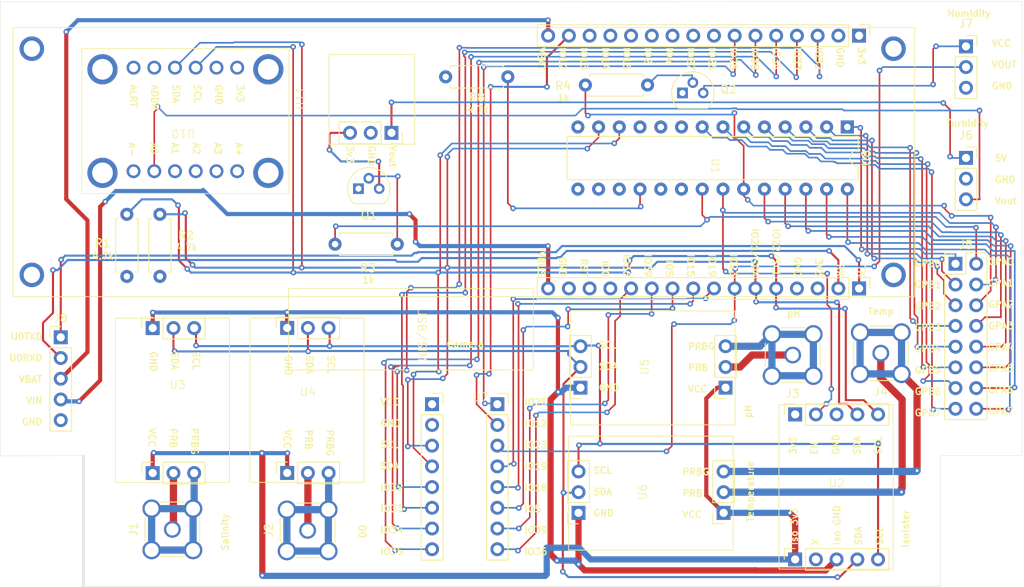
<source format=kicad_pcb>
(kicad_pcb (version 20240108) (generator "pcbnew") (generator_version "8.0")
  (layers (0 "F.Cu" signal "Front") (1 "In1.Cu" power "GND") (2 "In2.Cu" power "VCC") (31 "B.Cu" signal "Back") (34 "B.Paste" user) (35 "F.Paste" user) (36 "B.SilkS" user "B.Silkscreen") (37 "F.SilkS" user "F.Silkscreen") (38 "B.Mask" user) (39 "F.Mask" user) (44 "Edge.Cuts" user))
  (net 0 "")
  (net 1 "Net-(J1-Ext)")
  (net 2 "Net-(J1-In)")
  (net 3 "Net-(J2-In)")
  (net 4 "Net-(J2-Ext)")
  (net 5 "Net-(J3-Ext)")
  (net 6 "Net-(J3-In)")
  (net 7 "Net-(J4-Ext)")
  (net 8 "Net-(J4-In)")
  (net 9 "Net-(J5-Pin_16)")
  (net 10 "Net-(J5-Pin_12)")
  (net 11 "Net-(J5-Pin_7)")
  (net 12 "Net-(J5-Pin_11)")
  (net 13 "/mcp23017/GPA0")
  (net 14 "Net-(J5-Pin_15)")
  (net 15 "Net-(J5-Pin_8)")
  (net 16 "Net-(J5-Pin_1)")
  (net 17 "GPA1")
  (net 18 "Net-(J5-Pin_3)")
  (net 19 "Net-(J5-Pin_5)")
  (net 20 "/GPA2")
  (net 21 "Net-(J5-Pin_14)")
  (net 22 "Net-(J5-Pin_13)")
  (net 23 "Net-(J6-Pin_3)")
  (net 24 "Net-(J6-Pin_1)")
  (net 25 "GND")
  (net 26 "+3.3V")
  (net 27 "/IO23")
  (net 28 "Net-(Q1-E)")
  (net 29 "Net-(Q1-B)")
  (net 30 "SCL")
  (net 31 "SDA")
  (net 32 "Net-(U8-~{RESET})")
  (net 33 "/IO34")
  (net 34 "/IO36")
  (net 35 "/IO5")
  (net 36 "/IO25")
  (net 37 "/IO33")
  (net 38 "/IO35")
  (net 39 "/VBAT")
  (net 40 "/IO39")
  (net 41 "/IO32")
  (net 42 "/VBUS")
  (net 43 "/IO18")
  (net 44 "/IO12")
  (net 45 "/IO19")
  (net 46 "Net-(U2-GND_iso)")
  (net 47 "Net-(U2-A_iso)")
  (net 48 "Net-(J5-Pin_10)")
  (net 49 "Net-(U2-3.9V)")
  (net 51 "Net-(U2-B_iso)")
  (net 62 "Net-(J5-Pin_9)")
  (net 63 "Net-(J7-Pin_1)")
  (net 64 "Net-(Q2-B)")
  (net 65 "/U0TXD")
  (net 66 "/U0RXD")
  (footprint "Resistor_THT:R_Axial_DIN0207_L6.3mm_D2.5mm_P7.62mm_Horizontal" (layer "F.Cu") (at 146.09 75.875)
    (property "Reference" "R8")
    (property "Value" "4.7K")
  )
  (footprint "seawall:isolation circuit" (layer "F.Cu") (at 194.025 126.225)
    (property "Reference" "U2")
    (property "Value" "~")
  )
  (footprint "Connector_Coaxial:SMA_Amphenol_901-144_Vertical" (layer "F.Cu") (at 199.41 109.765 180)
    (property "Reference" "J4")
    (property "Value" "Conn_Coaxial")
  )
  (footprint "Resistor_THT:R_Axial_DIN0207_L6.3mm_D2.5mm_P7.62mm_Horizontal" (layer "F.Cu") (at 163.215 76.875)
    (property "Reference" "R4")
    (property "Value" "1k")
  )
  (footprint "seawall:boostconverter" (layer "F.Cu") (at 136.9103 78.7249 90)
    (property "Reference" "U11")
    (property "Value" "~")
  )
  (footprint "Connector_PinSocket_2.54mm:PinSocket_1x03_P2.54mm_Vertical" (layer "F.Cu") (at 209.85 72.135)
    (property "Reference" "J7")
    (property "Value" "Conn_01x03")
  )
  (footprint "Connector_Coaxial:SMA_Amphenol_901-144_Vertical" (layer "F.Cu") (at 112.601 131.37 90)
    (property "Reference" "J1")
    (property "Value" "Conn_Coaxial")
  )
  (footprint "Connector_PinSocket_2.54mm:PinSocket_1x03_P2.54mm_Vertical" (layer "F.Cu") (at 209.85 85.82)
    (property "Reference" "J6")
    (property "Value" "Conn_01x03")
  )
  (footprint "seawall:atlas-sensors" (layer "F.Cu") (at 170.725 126.8 90)
    (property "Reference" "U6")
    (property "Value" "~")
  )
  (footprint "seawall:AD1015" (layer "F.Cu") (at 113.946 82.316 180)
    (property "Reference" "U10")
    (property "Value" "~")
  )
  (footprint "seawall:atlas-sensors" (layer "F.Cu") (at 112.741 115.035)
    (property "Reference" "U3")
    (property "Value" "~")
  )
  (footprint "seawall:atlas-sensors" (layer "F.Cu") (at 129.218 115.024)
    (property "Reference" "U4")
    (property "Value" "~")
  )
  (footprint "Package_TO_SOT_THT:TO-92" (layer "F.Cu") (at 175.11 77.85)
    (property "Reference" "Q2")
    (property "Value" "NPN")
  )
  (footprint "Resistor_THT:R_Axial_DIN0207_L6.3mm_D2.5mm_P7.62mm_Horizontal" (layer "F.Cu") (at 111.075 100.35 90)
    (property "Reference" "R2")
    (property "Value" "4.7k")
  )
  (footprint "Resistor_THT:R_Axial_DIN0207_L6.3mm_D2.5mm_P7.62mm_Horizontal" (layer "F.Cu") (at 132.54 96.4)
    (property "Reference" "R3")
    (property "Value" "1k")
  )
  (footprint "Package_DIP:DIP-28_W7.62mm" (layer "F.Cu") (at 195.31 82.025 -90)
    (property "Reference" "U8")
    (property "Value" "MCP23017_SP")
  )
  (footprint "Connector_Coaxial:SMA_Amphenol_901-144_Vertical" (layer "F.Cu") (at 129.176 131.495 90)
    (property "Reference" "J2")
    (property "Value" "Conn_Coaxial")
  )
  (footprint "Connector_PinHeader_2.54mm:PinHeader_1x05_P2.54mm_Vertical" (layer "F.Cu") (at 98.925 107.82)
    (property "Reference" "J8")
    (property "Value" "Conn_01x05")
  )
  (footprint "seawall:atlas-sensors" (layer "F.Cu") (at 170.964 111.448 90)
    (property "Reference" "U5")
    (property "Value" "~")
  )
  (footprint "Connector_Coaxial:SMA_Amphenol_901-144_Vertical" (layer "F.Cu") (at 188.61 109.99 180)
    (property "Reference" "J3")
    (property "Value" "Conn_Coaxial")
  )
  (footprint "Resistor_THT:R_Axial_DIN0207_L6.3mm_D2.5mm_P7.62mm_Horizontal" (layer "F.Cu") (at 107.025 100.35 90)
    (property "Reference" "R1")
    (property "Value" "4.7k")
  )
  (footprint "seawall:OV5640" (layer "F.Cu") (at 148.615 124.9)
    (property "Reference" "U7")
    (property "Value" "~")
  )
  (footprint "Package_TO_SOT_THT:TO-92" (layer "F.Cu") (at 135.405 89.585)
    (property "Reference" "Q1")
    (property "Value" "NPN")
  )
  (footprint "Connector_PinHeader_2.54mm:PinHeader_2x08_P2.54mm_Vertical" (layer "F.Cu") (at 208.56 98.805)
    (property "Reference" "J5")
    (property "Value" "Conn_02x08_Odd_Even")
  )
  (footprint "Lilygo-T7000G:T7000G" (layer "F.Cu") (at 178.67 86.839 -90)
    (property "Reference" "U1")
    (property "Value" "~")
  )
  (gr_line (start 101.7 122.325) (end 101.7 138.325) (stroke (width 0.254)) (layer "Edge.Cuts"))
  (gr_line (start 216.7 122.325) (end 216.7 66.625) (stroke (width 0.0381)) (layer "Edge.Cuts"))
  (gr_line (start 101.7 122.325) (end 91.5 122.35) (stroke (width 0.0381)) (layer "Edge.Cuts"))
  (gr_line (start 206.7 138.325) (end 206.7 122.325) (stroke (width 0.0381)) (layer "Edge.Cuts"))
  (gr_line (start 206.7 122.325) (end 216.7 122.325) (stroke (width 0.0381)) (layer "Edge.Cuts"))
  (gr_line (start 91.5 122.35) (end 91.5 66.672974) (stroke (width 0.0381)) (layer "Edge.Cuts"))
  (gr_line (start 216.7 66.625) (end 91.5 66.672974) (stroke (width 0.0381)) (layer "Edge.Cuts"))
  (gr_line (start 101.7 138.325) (end 206.7 138.325) (stroke (width 0.0381)) (layer "Edge.Cuts"))
  (gr_text "SCL\n\nSDA\n\nGND" (at 164.775 114.475 0) (layer "F.SilkS") (effects (font (size 0.8128 0.8128) (thickness 0.1524) (bold yes)) (justify left bottom)))
  (gr_text "3v3\n\nGND\n\nIO32\n\nIO33\n\nIO34\n\nIO35\n\nIO25\n\nIO26\n\nIO27\n\nIO4\n\nIO2\n\nIO15\n\nIO14\n\nIO13\n\nIO12\n\nVBAT" (at 157.32 72.155 -90) (layer "F.SilkS") (effects (font (size 0.8128 0.8128) (thickness 0.1524) (bold yes)) (justify left bottom)))
  (gr_text "Temp\n" (at 197.725 105.1 0) (layer "F.SilkS") (effects (font (size 0.8128 0.8128) (thickness 0.1524) (bold yes)) (justify left bottom)))
  (gr_text "PRBG\n\nPRB\n\nVCC" (at 175.7 114.65 0) (layer "F.SilkS") (effects (font (size 0.8128 0.8128) (thickness 0.1524) (bold yes)) (justify left bottom)))
  (gr_text "Vout\n\nGND\n\n3v3" (at 133.9 84.2 -90) (layer "F.SilkS") (effects (font (size 0.8128 0.8128) (thickness 0.1524) (bold yes)) (justify left bottom)))
  (gr_text "Isolater" (at 202.925 133.7 90) (layer "F.SilkS") (effects (font (size 0.8128 0.8128) (thickness 0.1524) (bold yes)) (justify left bottom)))
  (gr_text "4.7k\n" (at 148.65 80.35 0) (layer "F.SilkS") (effects (font (size 0.8128 0.8128) (thickness 0.1524) (bold yes)) (justify left bottom)))
  (gr_text "GPAO\n\nGPA1\n\nGPA2\n\nGPA3\n\nGPA4\n\nGPA5\n\nGPA6\n\nGPA7\n" (at 212.475 117.35 0) (layer "F.SilkS") (effects (font (size 0.8128 0.8128) (thickness 0.1524) (bold yes)) (justify left bottom)))
  (gr_text "Turbidity\n" (at 207.325 82.05 0) (layer "F.SilkS") (effects (font (size 0.8128 0.8128) (thickness 0.1524) (bold yes)) (justify left bottom)))
  (gr_text "GPB0\n\nGPB1\n\nGPB2\n\nGPB3\n\nGPB4\n\nGPB5\n\nGPB6\n\nGPB7" (at 203.475 117.55 0) (layer "F.SilkS") (effects (font (size 0.8128 0.8128) (thickness 0.1524) (bold yes)) (justify left bottom)))
  (gr_text "Temperature" (at 183.9 130.575 90) (layer "F.SilkS") (effects (font (size 0.8128 0.8128) (thickness 0.1524) (bold yes)) (justify left bottom)))
  (gr_text "Humidity\n" (at 207.5 68.575 0) (layer "F.SilkS") (effects (font (size 0.8128 0.8128) (thickness 0.1524) (bold yes)) (justify left bottom)))
  (gr_text "5V\n\nGND\n\nVout\n" (at 213.3 91.575 0) (layer "F.SilkS") (effects (font (size 0.8128 0.8128) (thickness 0.1524) (bold yes)) (justify left bottom)))
  (gr_text "DO\n" (at 136.425 132.55 90) (layer "F.SilkS") (effects (font (size 0.8128 0.8128) (thickness 0.1524) (bold yes)) (justify left bottom)))
  (gr_text "Iso 3v3\n\nX\n\niso GND\n\nSDA\n\nSCL" (at 199.75 133.4 90) (layer "F.SilkS") (effects (font (size 0.8128 0.8128) (thickness 0.1524) (bold yes)) (justify left bottom)))
  (gr_text "4.7k\n" (at 102.7 98.325 0) (layer "F.SilkS") (effects (font (size 0.8128 0.8128) (thickness 0.1524) (bold yes)) (justify left bottom)))
  (gr_text "4.7k\n" (at 112.95 97.25 0) (layer "F.SilkS") (effects (font (size 0.8128 0.8128) (thickness 0.1524) (bold yes)) (justify left bottom)))
  (gr_text "PRBG\n\nPRB\n\nVCC" (at 126.2 119.05 -90) (layer "F.SilkS") (effects (font (size 0.8128 0.8128) (thickness 0.1524) (bold yes)) (justify left bottom)))
  (gr_text "1k\n" (at 159.7 78.925 0) (layer "F.SilkS") (effects (font (size 0.8128 0.8128) (thickness 0.1524) (bold yes)) (justify left bottom)))
  (gr_text "Camera" (at 146.125 109.125 0) (layer "F.SilkS") (effects (font (size 0.8128 0.8128) (thickness 0.1524) (bold yes)) (justify left bottom)))
  (gr_text "A+\n\nA3\n\nA2\n\nA1\n\nA0\n\nA-" (at 107.225 83.825 -90) (layer "F.SilkS") (effects (font (size 0.8128 0.8128) (thickness 0.1524) (bold yes)) (justify left bottom)))
  (gr_text "SCL\n\nSDA\n\nGND" (at 109.8 109.45 -90) (layer "F.SilkS") (effects (font (size 0.8128 0.8128) (thickness 0.1524) (bold yes)) (justify left bottom)))
  (gr_text "VCC\n\nGND\n\nSCL\n\nSDA\n\nIO32\n\nIO33\n\nIO34\n\nIO35\n" (at 138 134.55 0) (layer "F.SilkS") (effects (font (size 0.8128 0.8128) (thickness 0.1524) (bold yes)) (justify left bottom)))
  (gr_text "pH" (at 183.65 117.8 90) (layer "F.SilkS") (effects (font (size 0.8128 0.8128) (thickness 0.1524) (bold yes)) (justify left bottom)))
  (gr_text "Salinity\n" (at 119.55 134.075 90) (layer "F.SilkS") (effects (font (size 0.8128 0.8128) (thickness 0.1524) (bold yes)) (justify left bottom)))
  (gr_text "pH" (at 187.85 105.375 0) (layer "F.SilkS") (effects (font (size 0.8128 0.8128) (thickness 0.1524) (bold yes)) (justify left bottom)))
  (gr_text "VCC\n\nVOUT\n\nGND" (at 212.925 77.475 0) (layer "F.SilkS") (effects (font (size 0.8128 0.8128) (thickness 0.1524) (bold yes)) (justify left bottom)))
  (gr_text "1k\n" (at 135.8 101.275 0) (layer "F.SilkS") (effects (font (size 0.8128 0.8128) (thickness 0.1524) (bold yes)) (justify left bottom)))
  (gr_text "3v3\n\nEN\n\nGND\n\nSDA\n\nSCL" (at 199.6 122.3 90) (layer "F.SilkS") (effects (font (size 0.8128 0.8128) (thickness 0.1524) (bold yes)) (justify left bottom)))
  (gr_text "3v3\n\nGND\n\nSCL\n\nSDA\n\nADDR\n\nALRT" (at 107.35 76.725 -90) (layer "F.SilkS") (effects (font (size 0.8128 0.8128) (thickness 0.1524) (bold yes)) (justify left bottom)))
  (gr_text "U0TXD\n\nU0RXD\n\nVBAT\n\nVIN\n\nGND" (at 96.75 118.675 0) (layer "F.SilkS") (effects (font (size 0.8128 0.8128) (thickness 0.1524) (bold yes)) (justify right bottom)))
  (gr_text "PRBG\n\nPRB\n\nVCC" (at 109.625 118.85 -90) (layer "F.SilkS") (effects (font (size 0.8128 0.8128) (thickness 0.1524) (bold yes)) (justify left bottom)))
  (gr_text "TX\n\nRX\n\n3V3\n\nGND\n\nIO22/SCL\n\nIO21/SDA\n\nIO23\n\nIO19\n\nIO15\n\nIO5\n\nIO39\n\nIO36\n\nIO0\n\nRST\n\nGND\n\nVBUS" (at 157.32 100.495 270) (layer "F.SilkS") (effects (font (size 0.8128 0.8128) (thickness 0.1524) (bold yes)) (justify right bottom)))
  (gr_text "IO25\n\nIO12\n\nIO23\n\nIO19\n\nIO18\n\nIO5\n\nIO39\n\nIO36" (at 155.65 134.575 0) (layer "F.SilkS") (effects (font (size 0.8128 0.8128) (thickness 0.1524) (bold yes)) (justify left bottom)))
  (gr_text "PRBG\n\nPRB\n\nVCC" (at 175.025 130.025 0) (layer "F.SilkS") (effects (font (size 0.8128 0.8128) (thickness 0.1524) (bold yes)) (justify left bottom)))
  (gr_text "SCL\n\nSDA\n\nGND" (at 164.1 129.85 0) (layer "F.SilkS") (effects (font (size 0.8128 0.8128) (thickness 0.1524) (bold yes)) (justify left bottom)))
  (gr_text "SCL\n\nSDA\n\nGND" (at 126.325 109.925 -90) (layer "F.SilkS") (effects (font (size 0.8128 0.8128) (thickness 0.1524) (bold yes)) (justify left bottom)))
  (segment (start 115.273 128.698) (end 115.141 128.83) (width 0.1565) (layer "F.Cu") (net 1))
  (segment (start 110.061 133.91) (end 110.061 128.83) (width 0.8874) (layer "B.Cu") (net 1))
  (segment (start 115.141 133.91) (end 115.141 128.83) (width 0.8874) (layer "B.Cu") (net 1))
  (segment (start 115.273 124.461) (end 115.273 128.698) (width 0.8874) (layer "B.Cu") (net 1))
  (segment (start 115.141 133.91) (end 110.061 133.91) (width 0.8874) (layer "B.Cu") (net 1))
  (segment (start 115.273 128.698) (end 115.141 128.83) (width 0.8874) (layer "B.Cu") (net 1))
  (segment (start 110.061 128.83) (end 115.141 128.83) (width 0.8874) (layer "B.Cu") (net 1))
  (segment (start 112.733 131.238) (end 112.601 131.37) (width 0.8874) (layer "F.Cu") (net 2))
  (segment (start 112.733 124.461) (end 112.733 131.238) (width 0.8874) (layer "F.Cu") (net 2))
  (segment (start 129.21 131.461) (end 129.176 131.495) (width 0.8874) (layer "F.Cu") (net 3))
  (segment (start 129.21 124.45) (end 129.21 131.461) (width 0.8874) (layer "F.Cu") (net 3))
  (segment (start 131.75 128.921) (end 131.716 128.955) (width 0.1565) (layer "F.Cu") (net 4))
  (segment (start 131.75 128.921) (end 131.716 128.955) (width 0.8874) (layer "B.Cu") (net 4))
  (segment (start 131.75 124.45) (end 131.75 128.921) (width 0.8874) (layer "B.Cu") (net 4))
  (segment (start 131.716 134.035) (end 126.636 134.035) (width 0.8874) (layer "B.Cu") (net 4))
  (segment (start 126.636 128.955) (end 131.716 128.955) (width 0.8874) (layer "B.Cu") (net 4))
  (segment (start 131.716 134.035) (end 131.716 128.955) (width 0.8874) (layer "B.Cu") (net 4))
  (segment (start 126.636 134.035) (end 126.636 128.955) (width 0.8874) (layer "B.Cu") (net 4))
  (segment (start 186.07 107.45) (end 191.15 107.45) (width 0.8874) (layer "B.Cu") (net 5))
  (segment (start 191.15 107.45) (end 191.15 112.53) (width 0.8874) (layer "B.Cu") (net 5))
  (segment (start 184.604 108.916) (end 186.07 107.45) (width 0.8874) (layer "B.Cu") (net 5))
  (segment (start 180.39 108.916) (end 184.604 108.916) (width 0.8874) (layer "B.Cu") (net 5))
  (segment (start 191.15 112.53) (end 186.07 112.53) (width 0.8874) (layer "B.Cu") (net 5))
  (segment (start 186.07 112.53) (end 186.07 107.45) (width 0.8874) (layer "B.Cu") (net 5))
  (segment (start 180.39 111.456) (end 182.169 111.456) (width 0.8874) (layer "F.Cu") (net 6))
  (segment (start 183.635 109.99) (end 188.61 109.99) (width 0.8874) (layer "F.Cu") (net 6))
  (segment (start 182.169 111.456) (end 183.635 109.99) (width 0.8874) (layer "F.Cu") (net 6))
  (segment (start 203.85 114.925) (end 203.875 114.9) (width 0.8874) (layer "F.Cu") (net 7))
  (segment (start 203.875 114.9) (end 203.875 114.23) (width 0.8874) (layer "F.Cu") (net 7))
  (segment (start 203.85 124.175) (end 203.85 114.925) (width 0.8874) (layer "F.Cu") (net 7))
  (segment (start 203.875 114.23) (end 201.95 112.305) (width 0.8874) (layer "F.Cu") (net 7))
  (via (at 203.85 124.175) (size 0.6858) (drill 0.3302) (layers "F.Cu" "B.Cu") (net 7))
  (segment (start 203.757 124.268) (end 180.151 124.268) (width 0.8874) (layer "B.Cu") (net 7))
  (segment (start 201.95 112.305) (end 201.95 107.225) (width 0.8874) (layer "B.Cu") (net 7))
  (segment (start 196.87 112.305) (end 201.95 112.305) (width 0.8874) (layer "B.Cu") (net 7))
  (segment (start 203.85 124.175) (end 203.757 124.268) (width 0.8874) (layer "B.Cu") (net 7))
  (segment (start 201.95 107.225) (end 196.87 107.225) (width 0.8874) (layer "B.Cu") (net 7))
  (segment (start 196.87 107.225) (end 196.87 112.305) (width 0.8874) (layer "B.Cu") (net 7))
  (segment (start 202.025 126.275) (end 202.025 115.45) (width 0.8874) (layer "F.Cu") (net 8))
  (segment (start 201.95 126.35) (end 202.025 126.275) (width 0.8874) (layer "F.Cu") (net 8))
  (segment (start 199.41 112.835) (end 199.41 109.765) (width 0.8874) (layer "F.Cu") (net 8))
  (segment (start 202.025 115.45) (end 199.41 112.835) (width 0.8874) (layer "F.Cu") (net 8))
  (segment (start 201.95 126.8) (end 201.95 126.35) (width 0.8874) (layer "F.Cu") (net 8))
  (via (at 201.95 126.8) (size 0.6858) (drill 0.3302) (layers "F.Cu" "B.Cu") (net 8))
  (segment (start 201.942 126.808) (end 201.95 126.8) (width 0.8874) (layer "B.Cu") (net 8))
  (segment (start 180.151 126.808) (end 201.942 126.808) (width 0.8874) (layer "B.Cu") (net 8))
  (segment (start 215.075 116.675) (end 214.7 116.675) (width 0.2) (layer "F.Cu") (net 9))
  (segment (start 195.31 96.06) (end 195.4 96.15) (width 0.2) (layer "F.Cu") (net 9))
  (segment (start 214.61 116.585) (end 211.1 116.585) (width 0.2) (layer "F.Cu") (net 9))
  (segment (start 214.7 116.675) (end 214.61 116.585) (width 0.2) (layer "F.Cu") (net 9))
  (segment (start 195.31 89.645) (end 195.31 96.06) (width 0.2) (layer "F.Cu") (net 9))
  (via (at 215.075 116.675) (size 0.6858) (drill 0.3302) (layers "F.Cu" "B.Cu") (net 9))
  (via (at 195.4 96.15) (size 0.6858) (drill 0.3302) (layers "F.Cu" "B.Cu") (net 9))
  (segment (start 204.85 97.05) (end 212.15 97.05) (width 0.2) (layer "B.Cu") (net 9))
  (segment (start 195.4 96.15) (end 195.5 96.25) (width 0.2) (layer "B.Cu") (net 9))
  (segment (start 215.225 116.525) (end 215.075 116.675) (width 0.2) (layer "B.Cu") (net 9))
  (segment (start 215.225 98.075) (end 215.225 116.525) (width 0.2) (layer "B.Cu") (net 9))
  (segment (start 212.875 97.775) (end 214.925 97.775) (width 0.2) (layer "B.Cu") (net 9))
  (segment (start 214.925 97.775) (end 215.225 98.075) (width 0.2) (layer "B.Cu") (net 9))
  (segment (start 195.5 96.25) (end 204.05 96.25) (width 0.2) (layer "B.Cu") (net 9))
  (segment (start 212.15 97.05) (end 212.875 97.775) (width 0.2) (layer "B.Cu") (net 9))
  (segment (start 204.05 96.25) (end 204.85 97.05) (width 0.2) (layer "B.Cu") (net 9))
  (segment (start 214.695 111.505) (end 211.1 111.505) (width 0.2) (layer "F.Cu") (net 10))
  (segment (start 190.23 94.4749) (end 190.525 94.7699) (width 0.2) (layer "F.Cu") (net 10))
  (segment (start 215.325 110.875) (end 214.695 111.505) (width 0.2) (layer "F.Cu") (net 10))
  (segment (start 215.325 96.625) (end 215.325 110.875) (width 0.2) (layer "F.Cu") (net 10))
  (segment (start 190.23 89.645) (end 190.23 94.4749) (width 0.2) (layer "F.Cu") (net 10))
  (via (at 190.525 94.7699) (size 0.6858) (drill 0.3302) (layers "F.Cu" "B.Cu") (net 10))
  (via (at 215.325 96.625) (size 0.6858) (drill 0.3302) (layers "F.Cu" "B.Cu") (net 10))
  (segment (start 215.275 96.575) (end 215.325 96.625) (width 0.2) (layer "B.Cu") (net 10))
  (segment (start 212.525 95.9) (end 213.2 96.575) (width 0.2) (layer "B.Cu") (net 10))
  (segment (start 205.375 95.375) (end 205.9 95.9) (width 0.2) (layer "B.Cu") (net 10))
  (segment (start 207.3 95.9) (end 212.525 95.9) (width 0.2) (layer "B.Cu") (net 10))
  (segment (start 205.9 95.9) (end 207.3 95.9) (width 0.2) (layer "B.Cu") (net 10))
  (segment (start 190.525 94.7699) (end 204.7699 94.7699) (width 0.2) (layer "B.Cu") (net 10))
  (segment (start 213.2 96.575) (end 215.275 96.575) (width 0.2) (layer "B.Cu") (net 10))
  (segment (start 204.7699 94.7699) (end 205.375 95.375) (width 0.2) (layer "B.Cu") (net 10))
  (segment (start 203 84.575) (end 203 105.475) (width 0.2) (layer "F.Cu") (net 11))
  (segment (start 203 105.475) (end 203.35 105.825) (width 0.2) (layer "F.Cu") (net 11))
  (via (at 203.35 105.825) (size 0.6858) (drill 0.3302) (layers "F.Cu" "B.Cu") (net 11))
  (via (at 203 84.575) (size 0.6858) (drill 0.3302) (layers "F.Cu" "B.Cu") (net 11))
  (segment (start 203.35 105.825) (end 203.95 106.425) (width 0.2) (layer "B.Cu") (net 11))
  (segment (start 191.15 83.8) (end 192.85 83.8) (width 0.2) (layer "B.Cu") (net 11))
  (segment (start 188.94 83.275) (end 189.9 83.275) (width 0.2) (layer "B.Cu") (net 11))
  (segment (start 193.2 84.15) (end 194 84.15) (width 0.2) (layer "B.Cu") (net 11))
  (segment (start 189.9 83.275) (end 190.625 83.275) (width 0.2) (layer "B.Cu") (net 11))
  (segment (start 194 84.15) (end 197.725 84.15) (width 0.2) (layer "B.Cu") (net 11))
  (segment (start 187.69 82.025) (end 188.94 83.275) (width 0.2) (layer "B.Cu") (net 11))
  (segment (start 197.725 84.15) (end 198.1 84.525) (width 0.2) (layer "B.Cu") (net 11))
  (segment (start 198.1 84.525) (end 202.95 84.525) (width 0.2) (layer "B.Cu") (net 11))
  (segment (start 190.625 83.275) (end 191.15 83.8) (width 0.2) (layer "B.Cu") (net 11))
  (segment (start 203.95 106.425) (end 208.56 106.425) (width 0.2) (layer "B.Cu") (net 11))
  (segment (start 192.85 83.8) (end 193.2 84.15) (width 0.2) (layer "B.Cu") (net 11))
  (segment (start 202.95 84.525) (end 203 84.575) (width 0.2) (layer "B.Cu") (net 11))
  (segment (start 204.3 85.95) (end 204.4699 86.1199) (width 0.2) (layer "F.Cu") (net 12))
  (segment (start 204.4699 86.1199) (end 204.4699 111.3199) (width 0.2) (layer "F.Cu") (net 12))
  (segment (start 204.4699 111.3199) (end 204.625 111.475) (width 0.2) (layer "F.Cu") (net 12))
  (via (at 204.625 111.475) (size 0.6858) (drill 0.3302) (layers "F.Cu" "B.Cu") (net 12))
  (via (at 204.3 85.95) (size 0.6858) (drill 0.3302) (layers "F.Cu" "B.Cu") (net 12))
  (segment (start 193.525 85.15) (end 196.925 85.15) (width 0.2) (layer "B.Cu") (net 12))
  (segment (start 186.075 83.65) (end 186.175 83.75) (width 0.2) (layer "B.Cu") (net 12))
  (segment (start 191.15 84.575) (end 192.125 84.575) (width 0.2) (layer "B.Cu") (net 12))
  (segment (start 188.725 84.225) (end 190.35 84.225) (width 0.2) (layer "B.Cu") (net 12))
  (segment (start 197.4 85.625) (end 198.25 85.625) (width 0.2) (layer "B.Cu") (net 12))
  (segment (start 188.45 84.225) (end 188.725 84.225) (width 0.2) (layer "B.Cu") (net 12))
  (segment (start 192.125 84.575) (end 192.45 84.9) (width 0.2) (layer "B.Cu") (net 12))
  (segment (start 192.45 84.9) (end 192.7 85.15) (width 0.2) (layer "B.Cu") (net 12))
  (segment (start 183.835 83.25) (end 185.275 83.25) (width 0.2) (layer "B.Cu") (net 12))
  (segment (start 192.7 85.15) (end 193.525 85.15) (width 0.2) (layer "B.Cu") (net 12))
  (segment (start 185.675 83.25) (end 186.075 83.65) (width 0.2) (layer "B.Cu") (net 12))
  (segment (start 197.1 85.325) (end 197.4 85.625) (width 0.2) (layer "B.Cu") (net 12))
  (segment (start 187.975 83.75) (end 188.45 84.225) (width 0.2) (layer "B.Cu") (net 12))
  (segment (start 190.7 84.575) (end 191.15 84.575) (width 0.2) (layer "B.Cu") (net 12))
  (segment (start 198.9 85.825) (end 204.175 85.825) (width 0.2) (layer "B.Cu") (net 12))
  (segment (start 196.925 85.15) (end 197.1 85.325) (width 0.2) (layer "B.Cu") (net 12))
  (segment (start 190.35 84.225) (end 190.45 84.325) (width 0.2) (layer "B.Cu") (net 12))
  (segment (start 186.175 83.75) (end 187.925 83.75) (width 0.2) (layer "B.Cu") (net 12))
  (segment (start 187.925 83.75) (end 187.975 83.75) (width 0.2) (layer "B.Cu") (net 12))
  (segment (start 190.45 84.325) (end 190.7 84.575) (width 0.2) (layer "B.Cu") (net 12))
  (segment (start 198.7 85.625) (end 198.9 85.825) (width 0.2) (layer "B.Cu") (net 12))
  (segment (start 204.655 111.505) (end 208.56 111.505) (width 0.2) (layer "B.Cu") (net 12))
  (segment (start 198.25 85.625) (end 198.7 85.625) (width 0.2) (layer "B.Cu") (net 12))
  (segment (start 204.625 111.475) (end 204.655 111.505) (width 0.2) (layer "B.Cu") (net 12))
  (segment (start 185.275 83.25) (end 185.675 83.25) (width 0.2) (layer "B.Cu") (net 12))
  (segment (start 204.175 85.825) (end 204.3 85.95) (width 0.2) (layer "B.Cu") (net 12))
  (segment (start 182.61 82.025) (end 183.835 83.25) (width 0.2) (layer "B.Cu") (net 12))
  (segment (start 132.54 94.285) (end 132.625 94.2) (width 0.2) (layer "F.Cu") (net 13))
  (segment (start 177.53 92.805) (end 178.125 93.4) (width 0.2) (layer "F.Cu") (net 13))
  (segment (start 177.53 89.645) (end 177.53 92.805) (width 0.2) (layer "F.Cu") (net 13))
  (segment (start 211.075 94.3699) (end 211.1 94.3949) (width 0.2) (layer "F.Cu") (net 13))
  (segment (start 132.54 96.4) (end 132.54 94.285) (width 0.2) (layer "F.Cu") (net 13))
  (segment (start 211.1 94.3949) (end 211.1 98.805) (width 0.2) (layer "F.Cu") (net 13))
  (via (at 132.625 94.2) (size 0.6858) (drill 0.3302) (layers "F.Cu" "B.Cu") (net 13))
  (via (at 211.075 94.3699) (size 0.6858) (drill 0.3302) (layers "F.Cu" "B.Cu") (net 13))
  (via (at 178.125 93.4) (size 0.6858) (drill 0.3302) (layers "F.Cu" "B.Cu") (net 13))
  (segment (start 207.375 94.275) (end 206.15 93.05) (width 0.2) (layer "B.Cu") (net 13))
  (segment (start 177.325 94.2) (end 178.125 93.4) (width 0.2) (layer "B.Cu") (net 13))
  (segment (start 178.475 93.05) (end 178.125 93.4) (width 0.2) (layer "B.Cu") (net 13))
  (segment (start 206.15 93.05) (end 178.475 93.05) (width 0.2) (layer "B.Cu") (net 13))
  (segment (start 210.9801 94.275) (end 207.375 94.275) (width 0.2) (layer "B.Cu") (net 13))
  (segment (start 211.075 94.3699) (end 210.9801 94.275) (width 0.2) (layer "B.Cu") (net 13))
  (segment (start 132.625 94.2) (end 177.325 94.2) (width 0.2) (layer "B.Cu") (net 13))
  (segment (start 205.625 87.55) (end 205.677 87.602) (width 0.2) (layer "F.Cu") (net 14))
  (segment (start 205.677 87.602) (end 205.677 116.502) (width 0.2) (layer "F.Cu") (net 14))
  (segment (start 205.677 116.502) (end 205.85 116.675) (width 0.2) (layer "F.Cu") (net 14))
  (via (at 205.625 87.55) (size 0.6858) (drill 0.3302) (layers "F.Cu" "B.Cu") (net 14))
  (via (at 205.85 116.675) (size 0.6858) (drill 0.3302) (layers "F.Cu" "B.Cu") (net 14))
  (segment (start 193.65 86.325) (end 193.875 86.325) (width 0.2) (layer "B.Cu") (net 14))
  (segment (start 205.85 116.675) (end 205.94 116.585) (width 0.2) (layer "B.Cu") (net 14))
  (segment (start 185.375 84.425) (end 185.4 84.4) (width 0.2) (layer "B.Cu") (net 14))
  (segment (start 197.3 86.65) (end 198.2 86.65) (width 0.2) (layer "B.Cu") (net 14))
  (segment (start 191.6 85.775) (end 192.075 86.25) (width 0.2) (layer "B.Cu") (net 14))
  (segment (start 178.83 83.325) (end 180.6 83.325) (width 0.2) (layer "B.Cu") (net 14))
  (segment (start 193.575 86.25) (end 193.65 86.325) (width 0.2) (layer "B.Cu") (net 14))
  (segment (start 182.375 83.625) (end 182.775 84.025) (width 0.2) (layer "B.Cu") (net 14))
  (segment (start 185.275 84.425) (end 185.375 84.425) (width 0.2) (layer "B.Cu") (net 14))
  (segment (start 180.9 83.625) (end 181.475 83.625) (width 0.2) (layer "B.Cu") (net 14))
  (segment (start 181.475 83.625) (end 182.375 83.625) (width 0.2) (layer "B.Cu") (net 14))
  (segment (start 205.94 116.585) (end 208.56 116.585) (width 0.2) (layer "B.Cu") (net 14))
  (segment (start 190.114552 85.302) (end 190.281276 85.468724) (width 0.2) (layer "B.Cu") (net 14))
  (segment (start 197 86.475) (end 197.125 86.475) (width 0.2) (layer "B.Cu") (net 14))
  (segment (start 190.9 85.775) (end 191.6 85.775) (width 0.2) (layer "B.Cu") (net 14))
  (segment (start 187.877 85.302) (end 188.45 85.302) (width 0.2) (layer "B.Cu") (net 14))
  (segment (start 188.45 85.302) (end 190.114552 85.302) (width 0.2) (layer "B.Cu") (net 14))
  (segment (start 190.281276 85.468724) (end 190.587552 85.775) (width 0.2) (layer "B.Cu") (net 14))
  (segment (start 190.587552 85.775) (end 190.9 85.775) (width 0.2) (layer "B.Cu") (net 14))
  (segment (start 192.075 86.25) (end 193.575 86.25) (width 0.2) (layer "B.Cu") (net 14))
  (segment (start 205.225 87.15) (end 205.625 87.55) (width 0.2) (layer "B.Cu") (net 14))
  (segment (start 177.53 82.025) (end 178.83 83.325) (width 0.2) (layer "B.Cu") (net 14))
  (segment (start 186.25 84.825) (end 187.4 84.825) (width 0.2) (layer "B.Cu") (net 14))
  (segment (start 199.225 87.15) (end 205.225 87.15) (width 0.2) (layer "B.Cu") (net 14))
  (segment (start 180.6 83.325) (end 180.9 83.625) (width 0.2) (layer "B.Cu") (net 14))
  (segment (start 198.2 86.65) (end 198.725 86.65) (width 0.2) (layer "B.Cu") (net 14))
  (segment (start 194.025 86.475) (end 197 86.475) (width 0.2) (layer "B.Cu") (net 14))
  (segment (start 187.4 84.825) (end 187.575 85) (width 0.2) (layer "B.Cu") (net 14))
  (segment (start 182.775 84.025) (end 183.175 84.425) (width 0.2) (layer "B.Cu") (net 14))
  (segment (start 187.575 85) (end 187.877 85.302) (width 0.2) (layer "B.Cu") (net 14))
  (segment (start 183.175 84.425) (end 185.275 84.425) (width 0.2) (layer "B.Cu") (net 14))
  (segment (start 193.875 86.325) (end 194.025 86.475) (width 0.2) (layer "B.Cu") (net 14))
  (segment (start 185.4 84.4) (end 185.825 84.825) (width 0.2) (layer "B.Cu") (net 14))
  (segment (start 198.725 86.65) (end 199.225 87.15) (width 0.2) (layer "B.Cu") (net 14))
  (segment (start 185.825 84.825) (end 186.25 84.825) (width 0.2) (layer "B.Cu") (net 14))
  (segment (start 197.125 86.475) (end 197.3 86.65) (width 0.2) (layer "B.Cu") (net 14))
  (segment (start 185.15 89.645) (end 185.15 93.175) (width 0.2) (layer "F.Cu") (net 15))
  (segment (start 214.125 95.275) (end 214.125 105.35) (width 0.2) (layer "F.Cu") (net 15))
  (segment (start 212.175 105.35) (end 211.1 106.425) (width 0.2) (layer "F.Cu") (net 15))
  (segment (start 214.125 105.35) (end 212.175 105.35) (width 0.2) (layer "F.Cu") (net 15))
  (segment (start 185.15 93.175) (end 185.6 93.625) (width 0.2) (layer "F.Cu") (net 15))
  (via (at 185.6 93.625) (size 0.6858) (drill 0.3302) (layers "F.Cu" "B.Cu") (net 15))
  (via (at 214.125 95.275) (size 0.6858) (drill 0.3302) (layers "F.Cu" "B.Cu") (net 15))
  (segment (start 192.975 93.65) (end 192.95 93.625) (width 0.2) (layer "B.Cu") (net 15))
  (segment (start 206.9 94.925) (end 205.625 93.65) (width 0.2) (layer "B.Cu") (net 15))
  (segment (start 192.95 93.625) (end 185.6 93.625) (width 0.2) (layer "B.Cu") (net 15))
  (segment (start 213.7898 94.9398) (end 208.1148 94.9398) (width 0.2) (layer "B.Cu") (net 15))
  (segment (start 205.625 93.65) (end 192.975 93.65) (width 0.2) (layer "B.Cu") (net 15))
  (segment (start 214.125 95.275) (end 213.7898 94.9398) (width 0.2) (layer "B.Cu") (net 15))
  (segment (start 208.1 94.925) (end 206.9 94.925) (width 0.2) (layer "B.Cu") (net 15))
  (segment (start 208.1148 94.9398) (end 208.1 94.925) (width 0.2) (layer "B.Cu") (net 15))
  (segment (start 196.9 82.125) (end 197 82.225) (width 0.2) (layer "F.Cu") (net 16))
  (segment (start 197 82.225) (end 197 96.95) (width 0.2) (layer "F.Cu") (net 16))
  (segment (start 197 96.95) (end 197.075 97.025) (width 0.2) (layer "F.Cu") (net 16))
  (via (at 197.075 97.025) (size 0.6858) (drill 0.3302) (layers "F.Cu" "B.Cu") (net 16))
  (via (at 196.9 82.125) (size 0.6858) (drill 0.3302) (layers "F.Cu" "B.Cu") (net 16))
  (segment (start 204.95 97.6) (end 205 97.55) (width 0.2) (layer "B.Cu") (net 16))
  (segment (start 205 97.55) (end 208.55 97.55) (width 0.2) (layer "B.Cu") (net 16))
  (segment (start 208.56 97.56) (end 208.56 98.805) (width 0.2) (layer "B.Cu") (net 16))
  (segment (start 197.075 97.025) (end 197.6 97.025) (width 0.2) (layer "B.Cu") (net 16))
  (segment (start 208.55 97.55) (end 208.56 97.56) (width 0.2) (layer "B.Cu") (net 16))
  (segment (start 197.65 96.975) (end 204.2 96.975) (width 0.2) (layer "B.Cu") (net 16))
  (segment (start 197.6 97.025) (end 197.65 96.975) (width 0.2) (layer "B.Cu") (net 16))
  (segment (start 204.825 97.6) (end 204.95 97.6) (width 0.2) (layer "B.Cu") (net 16))
  (segment (start 204.2 96.975) (end 204.825 97.6) (width 0.2) (layer "B.Cu") (net 16))
  (segment (start 196.8 82.025) (end 196.9 82.125) (width 0.2) (layer "B.Cu") (net 16))
  (segment (start 195.31 82.025) (end 196.8 82.025) (width 0.2) (layer "B.Cu") (net 16))
  (segment (start 191.455 117.275) (end 191.455 117.2649) (width 0.2) (layer "F.Cu") (net 17))
  (segment (start 192.85 103.825) (end 192.85 100) (width 0.2) (layer "F.Cu") (net 17))
  (segment (start 180.4 99.75) (end 180.07 99.42) (width 0.2) (layer "F.Cu") (net 17))
  (segment (start 180.05 92.225) (end 180.07 92.205) (width 0.2) (layer "F.Cu") (net 17))
  (segment (start 213.525 94.325) (end 213.525 100.6699) (width 0.2) (layer "F.Cu") (net 17))
  (segment (start 180.07 99.42) (end 180.07 92.245) (width 0.2) (layer "F.Cu") (net 17))
  (segment (start 191.455 117.2649) (end 192.75 115.9699) (width 0.2) (layer "F.Cu") (net 17))
  (segment (start 193.35 104.325) (end 192.85 103.825) (width 0.2) (layer "F.Cu") (net 17))
  (segment (start 213.525 100.6699) (end 213.4449 100.75) (width 0.2) (layer "F.Cu") (net 17))
  (segment (start 180.07 92.245) (end 180.05 92.225) (width 0.2) (layer "F.Cu") (net 17))
  (segment (start 180.07 92.205) (end 180.07 89.645) (width 0.2) (layer "F.Cu") (net 17))
  (segment (start 193.35 114.1551) (end 193.35 104.325) (width 0.2) (layer "F.Cu") (net 17))
  (via (at 213.525 94.325) (size 0.6858) (drill 0.3302) (layers "F.Cu" "B.Cu") (net 17))
  (via (at 193.35 114.1551) (size 0.6858) (drill 0.3302) (layers "F.Cu" "B.Cu") (net 17))
  (via (at 192.75 115.9699) (size 0.6858) (drill 0.3302) (layers "F.Cu" "B.Cu") (net 17))
  (via (at 192.85 100) (size 0.6858) (drill 0.3302) (layers "F.Cu" "B.Cu") (net 17))
  (via (at 180.4 99.75) (size 0.6858) (drill 0.3302) (layers "F.Cu" "B.Cu") (net 17))
  (via (at 180.05 92.225) (size 0.6858) (drill 0.3302) (layers "F.Cu" "B.Cu") (net 17))
  (via (at 213.4449 100.75) (size 0.6858) (drill 0.3302) (layers "F.Cu" "B.Cu") (net 17))
  (segment (start 192.85 100) (end 180.65 100) (width 0.2) (layer "B.Cu") (net 17))
  (segment (start 207.95 93.8) (end 213 93.8) (width 0.2) (layer "B.Cu") (net 17))
  (segment (start 213 93.8) (end 213.525 94.325) (width 0.2) (layer "B.Cu") (net 17))
  (segment (start 206.6 92.55) (end 207.85 93.8) (width 0.2) (layer "B.Cu") (net 17))
  (segment (start 180.375 92.55) (end 206.6 92.55) (width 0.2) (layer "B.Cu") (net 17))
  (segment (start 207.85 93.8) (end 207.95 93.8) (width 0.2) (layer "B.Cu") (net 17))
  (segment (start 213.4449 100.75) (end 212.8499 101.345) (width 0.2) (layer "B.Cu") (net 17))
  (segment (start 180.65 100) (end 180.4 99.75) (width 0.2) (layer "B.Cu") (net 17))
  (segment (start 192.75 115.9699) (end 193.35 115.3699) (width 0.2) (layer "B.Cu") (net 17))
  (segment (start 180.05 92.225) (end 180.375 92.55) (width 0.2) (layer "B.Cu") (net 17))
  (segment (start 212.8499 101.345) (end 211.1 101.345) (width 0.2) (layer "B.Cu") (net 17))
  (segment (start 193.35 115.3699) (end 193.35 114.1551) (width 0.2) (layer "B.Cu") (net 17))
  (segment (start 197.5699 83.1) (end 197.756564 83.286664) (width 0.2) (layer "F.Cu") (net 18))
  (segment (start 206.9 98.25) (end 206.9 99.685) (width 0.2) (layer "F.Cu") (net 18))
  (segment (start 197.756564 83.286664) (end 197.756564 97.572973) (width 0.2) (layer "F.Cu") (net 18))
  (segment (start 206.9 99.685) (end 208.56 101.345) (width 0.2) (layer "F.Cu") (net 18))
  (via (at 206.9 98.25) (size 0.6858) (drill 0.3302) (layers "F.Cu" "B.Cu") (net 18))
  (via (at 197.756564 97.572973) (size 0.6858) (drill 0.3302) (layers "F.Cu" "B.Cu") (net 18))
  (via (at 197.5699 83.1) (size 0.6858) (drill 0.3302) (layers "F.Cu" "B.Cu") (net 18))
  (segment (start 205 98.15) (end 206.8 98.15) (width 0.2) (layer "B.Cu") (net 18))
  (segment (start 204.375 98.15) (end 205 98.15) (width 0.2) (layer "B.Cu") (net 18))
  (segment (start 192.77 82.025) (end 193.845 83.1) (width 0.2) (layer "B.Cu") (net 18))
  (segment (start 203.797973 97.572973) (end 203.925 97.7) (width 0.2) (layer "B.Cu") (net 18))
  (segment (start 193.845 83.1) (end 197.5699 83.1) (width 0.2) (layer "B.Cu") (net 18))
  (segment (start 203.925 97.7) (end 204.375 98.15) (width 0.2) (layer "B.Cu") (net 18))
  (segment (start 197.756564 97.572973) (end 203.797973 97.572973) (width 0.2) (layer "B.Cu") (net 18))
  (segment (start 206.8 98.15) (end 206.9 98.25) (width 0.2) (layer "B.Cu") (net 18))
  (segment (start 207.15 102.475) (end 208.56 103.885) (width 0.2) (layer "F.Cu") (net 19))
  (segment (start 207.15 100.85) (end 207.15 102.475) (width 0.2) (layer "F.Cu") (net 19))
  (segment (start 198.326464 83.675) (end 198.326464 97.869337) (width 0.2) (layer "F.Cu") (net 19))
  (segment (start 198.326464 97.869337) (end 198.6 98.142873) (width 0.2) (layer "F.Cu") (net 19))
  (segment (start 206.3301 100.0301) (end 207.15 100.85) (width 0.2) (layer "F.Cu") (net 19))
  (segment (start 206.3301 99.15) (end 206.3301 100.0301) (width 0.2) (layer "F.Cu") (net 19))
  (via (at 198.326464 83.675) (size 0.6858) (drill 0.3302) (layers "F.Cu" "B.Cu") (net 19))
  (via (at 206.3301 99.15) (size 0.6858) (drill 0.3302) (layers "F.Cu" "B.Cu") (net 19))
  (via (at 198.6 98.142873) (size 0.6858) (drill 0.3302) (layers "F.Cu" "B.Cu") (net 19))
  (segment (start 193.475 83.65) (end 193.4949 83.6699) (width 0.2) (layer "B.Cu") (net 19))
  (segment (start 204.075 98.65) (end 205.8301 98.65) (width 0.2) (layer "B.Cu") (net 19))
  (segment (start 193.2 83.375) (end 193.475 83.65) (width 0.2) (layer "B.Cu") (net 19))
  (segment (start 198.6 98.142873) (end 203.567873 98.142873) (width 0.2) (layer "B.Cu") (net 19))
  (segment (start 191.58 83.375) (end 193.2 83.375) (width 0.2) (layer "B.Cu") (net 19))
  (segment (start 193.4949 83.6699) (end 198.321364 83.6699) (width 0.2) (layer "B.Cu") (net 19))
  (segment (start 198.321364 83.6699) (end 198.326464 83.675) (width 0.2) (layer "B.Cu") (net 19))
  (segment (start 190.23 82.025) (end 191.58 83.375) (width 0.2) (layer "B.Cu") (net 19))
  (segment (start 205.8301 98.65) (end 206.3301 99.15) (width 0.2) (layer "B.Cu") (net 19))
  (segment (start 203.567873 98.142873) (end 204.075 98.65) (width 0.2) (layer "B.Cu") (net 19))
  (segment (start 207.174563 91.665744) (end 207.174563 91.999563) (width 0.2) (layer "F.Cu") (net 20))
  (segment (start 182.61 84.36) (end 182.61 89.645) (width 0.2) (layer "F.Cu") (net 20))
  (segment (start 163.525 80.625) (end 163.215 80.315) (width 0.2) (layer "F.Cu") (net 20))
  (segment (start 181.475 80.3) (end 181.475 83.525) (width 0.2) (layer "F.Cu") (net 20))
  (segment (start 212.875 102.11) (end 211.1 103.885) (width 0.2) (layer "F.Cu") (net 20))
  (segment (start 212.875 93.125) (end 212.875 102.11) (width 0.2) (layer "F.Cu") (net 20))
  (segment (start 163.215 80.315) (end 163.215 76.875) (width 0.2) (layer "F.Cu") (net 20))
  (segment (start 182.61 90.46) (end 183.1 90.95) (width 0.2) (layer "F.Cu") (net 20))
  (segment (start 207.174563 91.999563) (end 208.1 92.925) (width 0.2) (layer "F.Cu") (net 20))
  (segment (start 181.475 83.525) (end 181.775 83.525) (width 0.2) (layer "F.Cu") (net 20))
  (segment (start 182.61 89.645) (end 182.61 90.46) (width 0.2) (layer "F.Cu") (net 20))
  (segment (start 181.775 83.525) (end 182.61 84.36) (width 0.2) (layer "F.Cu") (net 20))
  (via (at 163.525 80.625) (size 0.6858) (drill 0.3302) (layers "F.Cu" "B.Cu") (net 20))
  (via (at 207.174563 91.665744) (size 0.6858) (drill 0.3302) (layers "F.Cu" "B.Cu") (net 20))
  (via (at 183.1 90.95) (size 0.6858) (drill 0.3302) (layers "F.Cu" "B.Cu") (net 20))
  (via (at 181.475 80.3) (size 0.6858) (drill 0.3302) (layers "F.Cu" "B.Cu") (net 20))
  (via (at 212.875 93.125) (size 0.6858) (drill 0.3302) (layers "F.Cu" "B.Cu") (net 20))
  (via (at 208.1 92.925) (size 0.6858) (drill 0.3302) (layers "F.Cu" "B.Cu") (net 20))
  (segment (start 163.525 80.625) (end 163.65 80.5) (width 0.2) (layer "B.Cu") (net 20))
  (segment (start 181.275 80.5) (end 181.475 80.3) (width 0.2) (layer "B.Cu") (net 20))
  (segment (start 208.1 92.925) (end 212.675 92.925) (width 0.2) (layer "B.Cu") (net 20))
  (segment (start 212.675 92.925) (end 212.875 93.125) (width 0.2) (layer "B.Cu") (net 20))
  (segment (start 183.815744 91.665744) (end 207.174563 91.665744) (width 0.2) (layer "B.Cu") (net 20))
  (segment (start 163.65 80.5) (end 181.275 80.5) (width 0.2) (layer "B.Cu") (net 20))
  (segment (start 183.1 90.95) (end 183.815744 91.665744) (width 0.2) (layer "B.Cu") (net 20))
  (segment (start 192.77 95.22) (end 193.05 95.5) (width 0.2) (layer "F.Cu") (net 21))
  (segment (start 192.77 89.645) (end 192.77 95.22) (width 0.2) (layer "F.Cu") (net 21))
  (segment (start 215.73 114.045) (end 211.1 114.045) (width 0.2) (layer "F.Cu") (net 21))
  (segment (start 215.8 113.975) (end 215.73 114.045) (width 0.2) (layer "F.Cu") (net 21))
  (via (at 193.05 95.5) (size 0.6858) (drill 0.3302) (layers "F.Cu" "B.Cu") (net 21))
  (via (at 215.8 113.975) (size 0.6858) (drill 0.3302) (layers "F.Cu" "B.Cu") (net 21))
  (segment (start 193.05 95.5) (end 204.45 95.5) (width 0.2) (layer "B.Cu") (net 21))
  (segment (start 215.825 113.95) (end 215.8 113.975) (width 0.2) (layer "B.Cu") (net 21))
  (segment (start 204.475 95.475) (end 205.4 96.4) (width 0.2) (layer "B.Cu") (net 21))
  (segment (start 212.325 96.4) (end 213.15 97.225) (width 0.2) (layer "B.Cu") (net 21))
  (segment (start 213.15 97.225) (end 215.825 97.225) (width 0.2) (layer "B.Cu") (net 21))
  (segment (start 204.45 95.5) (end 204.475 95.475) (width 0.2) (layer "B.Cu") (net 21))
  (segment (start 205.4 96.4) (end 205.725 96.4) (width 0.2) (layer "B.Cu") (net 21))
  (segment (start 212.3 96.4) (end 212.325 96.4) (width 0.2) (layer "B.Cu") (net 21))
  (segment (start 215.825 97.225) (end 215.825 113.95) (width 0.2) (layer "B.Cu") (net 21))
  (segment (start 205.725 96.4) (end 212.3 96.4) (width 0.2) (layer "B.Cu") (net 21))
  (segment (start 205 101.325) (end 205 110.85) (width 0.2) (layer "F.Cu") (net 22))
  (segment (start 205.025 88.35) (end 205.025 101.3) (width 0.2) (layer "F.Cu") (net 22))
  (segment (start 205.35 111.85) (end 205.35 112.425) (width 0.2) (layer "F.Cu") (net 22))
  (segment (start 205.025 86.7) (end 205.025 88.35) (width 0.2) (layer "F.Cu") (net 22))
  (segment (start 205.35 112.425) (end 204.6 113.175) (width 0.2) (layer "F.Cu") (net 22))
  (segment (start 205 110.85) (end 205.35 111.2) (width 0.2) (layer "F.Cu") (net 22))
  (segment (start 205.025 101.3) (end 205 101.325) (width 0.2) (layer "F.Cu") (net 22))
  (segment (start 205.15 86.575) (end 205.025 86.7) (width 0.2) (layer "F.Cu") (net 22))
  (segment (start 205.35 111.2) (end 205.35 111.85) (width 0.2) (layer "F.Cu") (net 22))
  (via (at 205.15 86.575) (size 0.6858) (drill 0.3302) (layers "F.Cu" "B.Cu") (net 22))
  (via (at 204.6 113.175) (size 0.6858) (drill 0.3302) (layers "F.Cu" "B.Cu") (net 22))
  (segment (start 197.15 85.925) (end 197.375 86.15) (width 0.2) (layer "B.Cu") (net 22))
  (segment (start 183.475 83.875) (end 182.875 83.275) (width 0.2) (layer "B.Cu") (net 22))
  (segment (start 190.6 85.325) (end 190.2 84.925) (width 0.2) (layer "B.Cu") (net 22))
  (segment (start 197.375 86.15) (end 197.4 86.175) (width 0.2) (layer "B.Cu") (net 22))
  (segment (start 196.85 85.9) (end 192.6 85.9) (width 0.2) (layer "B.Cu") (net 22))
  (segment (start 196.875 85.925) (end 197.15 85.925) (width 0.2) (layer "B.Cu") (net 22))
  (segment (start 196.875 85.925) (end 196.85 85.9) (width 0.2) (layer "B.Cu") (net 22))
  (segment (start 190.2 84.925) (end 190.15 84.975) (width 0.2) (layer "B.Cu") (net 22))
  (segment (start 188.325 84.975) (end 187.725 84.375) (width 0.2) (layer "B.Cu") (net 22))
  (segment (start 197.4 86.175) (end 198.2 86.175) (width 0.2) (layer "B.Cu") (net 22))
  (segment (start 190.15 84.975) (end 188.325 84.975) (width 0.2) (layer "B.Cu") (net 22))
  (segment (start 182.875 83.275) (end 181.32 83.275) (width 0.2) (layer "B.Cu") (net 22))
  (segment (start 207.69 113.175) (end 208.56 114.045) (width 0.2) (layer "B.Cu") (net 22))
  (segment (start 187.725 84.375) (end 186.1 84.375) (width 0.2) (layer "B.Cu") (net 22))
  (segment (start 186.1 84.375) (end 185.625 83.9) (width 0.2) (layer "B.Cu") (net 22))
  (segment (start 183.625 83.875) (end 183.475 83.875) (width 0.2) (layer "B.Cu") (net 22))
  (segment (start 192.025 85.325) (end 190.6 85.325) (width 0.2) (layer "B.Cu") (net 22))
  (segment (start 198.9 86.325) (end 199.15 86.575) (width 0.2) (layer "B.Cu") (net 22))
  (segment (start 204.6 113.175) (end 207.69 113.175) (width 0.2) (layer "B.Cu") (net 22))
  (segment (start 183.65 83.9) (end 183.625 83.875) (width 0.2) (layer "B.Cu") (net 22))
  (segment (start 192.6 85.9) (end 192.025 85.325) (width 0.2) (layer "B.Cu") (net 22))
  (segment (start 199.15 86.575) (end 205.15 86.575) (width 0.2) (layer "B.Cu") (net 22))
  (segment (start 198.2 86.175) (end 198.75 86.175) (width 0.2) (layer "B.Cu") (net 22))
  (segment (start 181.32 83.275) (end 180.07 82.025) (width 0.2) (layer "B.Cu") (net 22))
  (segment (start 198.75 86.175) (end 198.9 86.325) (width 0.2) (layer "B.Cu") (net 22))
  (segment (start 185.625 83.9) (end 183.65 83.9) (width 0.2) (layer "B.Cu") (net 22))
  (segment (start 211.55 90.85) (end 211.5 90.8) (width 0.2) (layer "F.Cu") (net 23))
  (segment (start 211.5 90.9) (end 211.55 90.85) (width 0.2) (layer "F.Cu") (net 23))
  (segment (start 211.5 90.8) (end 211.5 80) (width 0.2) (layer "F.Cu") (net 23))
  (segment (start 110.775 79.775) (end 110.386 80.164) (width 0.2) (layer "F.Cu") (net 23))
  (segment (start 110.775 79.525) (end 110.775 79.775) (width 0.2) (layer "F.Cu") (net 23))
  (segment (start 110.386 80.164) (end 110.386 87.446) (width 0.2) (layer "F.Cu") (net 23))
  (segment (start 209.85 90.9) (end 211.5 90.9) (width 0.2) (layer "F.Cu") (net 23))
  (via (at 211.5 80) (size 0.6858) (drill 0.3302) (layers "F.Cu" "B.Cu") (net 23))
  (via (at 110.775 79.525) (size 0.6858) (drill 0.3302) (layers "F.Cu" "B.Cu") (net 23))
  (segment (start 181.194039 79.775) (end 162.844039 79.775) (width 0.2) (layer "B.Cu") (net 23))
  (segment (start 181.711061 79.7301) (end 181.238939 79.7301) (width 0.2) (layer "B.Cu") (net 23))
  (segment (start 111.875 80.625) (end 110.775 79.525) (width 0.2) (layer "B.Cu") (net 23))
  (segment (start 181.238939 79.7301) (end 181.194039 79.775) (width 0.2) (layer "B.Cu") (net 23))
  (segment (start 181.830961 79.85) (end 181.711061 79.7301) (width 0.2) (layer "B.Cu") (net 23))
  (segment (start 161.994039 80.625) (end 111.875 80.625) (width 0.2) (layer "B.Cu") (net 23))
  (segment (start 211.5 80) (end 194.875 80) (width 0.2) (layer "B.Cu") (net 23))
  (segment (start 194.725 79.85) (end 181.830961 79.85) (width 0.2) (layer "B.Cu") (net 23))
  (segment (start 162.844039 79.775) (end 161.994039 80.625) (width 0.2) (layer "B.Cu") (net 23))
  (segment (start 194.875 80) (end 194.725 79.85) (width 0.2) (layer "B.Cu") (net 23))
  (segment (start 139.4503 79.0003) (end 139.45 79) (width 0.254) (layer "F.Cu") (net 24))
  (segment (start 207.9 79.9) (end 207.9 85.65) (width 0.2) (layer "F.Cu") (net 24))
  (segment (start 139.4503 82.7381) (end 139.4503 79.0003) (width 0.254) (layer "F.Cu") (net 24))
  (segment (start 207.075 79.075) (end 207.9 79.9) (width 0.2) (layer "F.Cu") (net 24))
  (via (at 207.9 85.65) (size 0.6858) (drill 0.3302) (layers "F.Cu" "B.Cu") (net 24))
  (via (at 139.45 79) (size 0.6858) (drill 0.3302) (layers "F.Cu" "B.Cu") (net 24))
  (via (at 207.075 79.075) (size 0.6858) (drill 0.3302) (layers "F.Cu" "B.Cu") (net 24))
  (segment (start 139.45 79) (end 207 79) (width 0.2) (layer "B.Cu") (net 24))
  (segment (start 207.9 85.65) (end 208.07 85.82) (width 0.2) (layer "B.Cu") (net 24))
  (segment (start 207 79) (end 207.075 79.075) (width 0.2) (layer "B.Cu") (net 24))
  (segment (start 208.07 85.82) (end 209.85 85.82) (width 0.2) (layer "B.Cu") (net 24))
  (segment (start 181.51 99.49) (end 181.51 101.825) (width 0.2) (layer "F.Cu") (net 27))
  (segment (start 181.575 99.425) (end 181.51 99.49) (width 0.2) (layer "F.Cu") (net 27))
  (segment (start 173.8 106.475) (end 174.075 106.2) (width 0.2) (layer "F.Cu") (net 27))
  (segment (start 173.8 121.15) (end 173.8 106.475) (width 0.2) (layer "F.Cu") (net 27))
  (segment (start 181.51 105.69) (end 181.51 101.825) (width 0.2) (layer "F.Cu") (net 27))
  (segment (start 199.25 98.475) (end 198.6 99.125) (width 0.2) (layer "F.Cu") (net 27))
  (segment (start 181.45 105.75) (end 181.51 105.69) (width 0.2) (layer "F.Cu") (net 27))
  (segment (start 199.25 75.1) (end 199.25 98.475) (width 0.2) (layer "F.Cu") (net 27))
  (segment (start 173.8 121.15) (end 173.15 121.8) (width 0.2) (layer "F.Cu") (net 27))
  (via (at 181.575 99.425) (size 0.6858) (drill 0.3302) (layers "F.Cu" "B.Cu") (net 27))
  (via (at 174.075 106.2) (size 0.6858) (drill 0.3302) (layers "F.Cu" "B.Cu") (net 27))
  (via (at 181.45 105.75) (size 0.6858) (drill 0.3302) (layers "F.Cu" "B.Cu") (net 27))
  (via (at 198.6 99.125) (size 0.6858) (drill 0.3302) (layers "F.Cu" "B.Cu") (net 27))
  (via (at 173.15 121.8) (size 0.6858) (drill 0.3302) (layers "F.Cu" "B.Cu") (net 27))
  (via (at 199.25 75.1) (size 0.6858) (drill 0.3302) (layers "F.Cu" "B.Cu") (net 27))
  (segment (start 199.675 74.675) (end 199.25 75.1) (width 0.2) (layer "B.Cu") (net 27))
  (segment (start 198.6 99.125) (end 181.875 99.125) (width 0.2) (layer "B.Cu") (net 27))
  (segment (start 181.875 99.125) (end 181.575 99.425) (width 0.2) (layer "B.Cu") (net 27))
  (segment (start 173.15 121.8) (end 153.12 121.8) (width 0.2) (layer "B.Cu") (net 27))
  (segment (start 174.075 106.2) (end 181 106.2) (width 0.2) (layer "B.Cu") (net 27))
  (segment (start 181 106.2) (end 181.45 105.75) (width 0.2) (layer "B.Cu") (net 27))
  (segment (start 153.12 121.8) (end 152.425 121.105) (width 0.2) (layer "B.Cu") (net 27))
  (segment (start 209.85 74.675) (end 199.675 74.675) (width 0.2) (layer "B.Cu") (net 27))
  (segment (start 131.85 82.925) (end 132.0369 82.7381) (width 0.254) (layer "F.Cu") (net 28))
  (segment (start 137.945 86.345) (end 137.945 89.585) (width 0.254) (layer "F.Cu") (net 28))
  (segment (start 132.0369 82.7381) (end 134.3703 82.7381) (width 0.254) (layer "F.Cu") (net 28))
  (segment (start 137.85 86.25) (end 137.945 86.345) (width 0.254) (layer "F.Cu") (net 28))
  (segment (start 131.85 84.825) (end 131.85 82.925) (width 0.254) (layer "F.Cu") (net 28))
  (via (at 131.85 84.825) (size 0.6858) (drill 0.3302) (layers "F.Cu" "B.Cu") (net 28))
  (via (at 137.85 86.25) (size 0.6858) (drill 0.3302) (layers "F.Cu" "B.Cu") (net 28))
  (segment (start 131.85 84.825) (end 133.275 86.25) (width 0.254) (layer "B.Cu") (net 28))
  (segment (start 133.275 86.25) (end 137.85 86.25) (width 0.254) (layer "B.Cu") (net 28))
  (segment (start 140.16 96.4) (end 140.16 88.14) (width 0.2) (layer "F.Cu") (net 29))
  (segment (start 140.16 88.14) (end 140.225 88.075) (width 0.2) (layer "F.Cu") (net 29))
  (via (at 140.225 88.075) (size 0.6858) (drill 0.3302) (layers "F.Cu" "B.Cu") (net 29))
  (segment (start 136.915 88.075) (end 136.675 88.315) (width 0.2) (layer "B.Cu") (net 29))
  (segment (start 140.225 88.075) (end 136.915 88.075) (width 0.2) (layer "B.Cu") (net 29))
  (segment (start 199.075 117.275) (end 197.325 115.525) (width 0.254) (layer "F.Cu") (net 30))
  (segment (start 186.59 98.44) (end 186 97.85) (width 0.254) (layer "F.Cu") (net 30))
  (segment (start 186.59 101.825) (end 186.59 98.44) (width 0.254) (layer "F.Cu") (net 30))
  (segment (start 113.4 98.4) (end 114.425 99.425) (width 0.254) (layer "F.Cu") (net 30))
  (segment (start 145.175 111.95) (end 145.25 112.025) (width 0.2) (layer "F.Cu") (net 30))
  (segment (start 195.125 104.4) (end 195.025 104.3) (width 0.254) (layer "F.Cu") (net 30))
  (segment (start 195.125 115.525) (end 195.125 104.4) (width 0.254) (layer "F.Cu") (net 30))
  (segment (start 145.175 99.875) (end 145.175 111.95) (width 0.2) (layer "F.Cu") (net 30))
  (segment (start 145.425 85.475) (end 145.425 99.625) (width 0.2) (layer "F.Cu") (net 30))
  (segment (start 197.325 115.525) (end 195.125 115.525) (width 0.254) (layer "F.Cu") (net 30))
  (segment (start 113.4 91.725) (end 113.4 98.4) (width 0.254) (layer "F.Cu") (net 30))
  (segment (start 142.15 121.37) (end 144.425 123.645) (width 0.2) (layer "F.Cu") (net 30))
  (segment (start 142.15 112.375) (end 142.15 121.37) (width 0.2) (layer "F.Cu") (net 30))
  (segment (start 168.625 98.375) (end 168.625 99.725) (width 0.254) (layer "F.Cu") (net 30))
  (segment (start 127.4 72.2) (end 127.4 99.85) (width 0.2) (layer "F.Cu") (net 30))
  (segment (start 127.4 99.85) (end 127.425 99.875) (width 0.2) (layer "F.Cu") (net 30))
  (segment (start 168.625 99.725) (end 168.475 99.875) (width 0.254) (layer "F.Cu") (net 30))
  (segment (start 186.575 101.84) (end 186.59 101.825) (width 0.254) (layer "F.Cu") (net 30))
  (segment (start 113.3 91.625) (end 113.4 91.725) (width 0.254) (layer "F.Cu") (net 30))
  (segment (start 167.37 83.405) (end 167.37 82.025) (width 0.2) (layer "F.Cu") (net 30))
  (segment (start 166.75 84.025) (end 167.37 83.405) (width 0.2) (layer "F.Cu") (net 30))
  (segment (start 145.425 99.625) (end 145.175 99.875) (width 0.2) (layer "F.Cu") (net 30))
  (segment (start 186.575 104.175) (end 186.575 101.84) (width 0.254) (layer "F.Cu") (net 30))
  (via (at 127.4 72.2) (size 0.6858) (drill 0.3302) (layers "F.Cu" "B.Cu") (net 30))
  (via (at 145.25 112.025) (size 0.6858) (drill 0.3302) (layers "F.Cu" "B.Cu") (net 30))
  (via (at 168.625 98.375) (size 0.6858) (drill 0.3302) (layers "F.Cu" "B.Cu") (net 30))
  (via (at 114.425 99.425) (size 0.6858) (drill 0.3302) (layers "F.Cu" "B.Cu") (net 30))
  (via (at 145.175 99.875) (size 0.6858) (drill 0.3302) (layers "F.Cu" "B.Cu") (net 30))
  (via (at 145.425 85.475) (size 0.6858) (drill 0.3302) (layers "F.Cu" "B.Cu") (net 30))
  (via (at 142.15 112.375) (size 0.6858) (drill 0.3302) (layers "F.Cu" "B.Cu") (net 30))
  (via (at 166.75 84.025) (size 0.6858) (drill 0.3302) (layers "F.Cu" "B.Cu") (net 30))
  (via (at 127.425 99.875) (size 0.6858) (drill 0.3302) (layers "F.Cu" "B.Cu") (net 30))
  (via (at 113.3 91.625) (size 0.6858) (drill 0.3302) (layers "F.Cu" "B.Cu") (net 30))
  (via (at 195.025 104.3) (size 0.6858) (drill 0.3302) (layers "F.Cu" "B.Cu") (net 30))
  (via (at 168.475 99.875) (size 0.6858) (drill 0.3302) (layers "F.Cu" "B.Cu") (net 30))
  (via (at 186 97.85) (size 0.6858) (drill 0.3302) (layers "F.Cu" "B.Cu") (net 30))
  (via (at 186.575 104.175) (size 0.6858) (drill 0.3302) (layers "F.Cu" "B.Cu") (net 30))
  (segment (start 145.175 99.875) (end 127.425 99.875) (width 0.254) (layer "B.Cu") (net 30))
  (segment (start 118.012 72.2) (end 127.4 72.2) (width 0.2) (layer "B.Cu") (net 30))
  (segment (start 168.475 99.875) (end 145.175 99.875) (width 0.254) (layer "B.Cu") (net 30))
  (segment (start 166.75 84.025) (end 166.725 84.05) (width 0.2) (layer "B.Cu") (net 30))
  (segment (start 169.15 97.85) (end 168.625 98.375) (width 0.254) (layer "B.Cu") (net 30))
  (segment (start 127.425 99.875) (end 114.875 99.875) (width 0.254) (layer "B.Cu") (net 30))
  (segment (start 115.466 74.746) (end 118.012 72.2) (width 0.2) (layer "B.Cu") (net 30))
  (segment (start 145.25 112.025) (end 142.5 112.025) (width 0.2) (layer "B.Cu") (net 30))
  (segment (start 108.855 90.9) (end 107.025 92.73) (width 0.254) (layer "B.Cu") (net 30))
  (segment (start 195.025 104.3) (end 186.7 104.3) (width 0.254) (layer "B.Cu") (net 30))
  (segment (start 113.3 91.625) (end 112.575 90.9) (width 0.254) (layer "B.Cu") (net 30))
  (segment (start 186.7 104.3) (end 186.575 104.175) (width 0.254) (layer "B.Cu") (net 30))
  (segment (start 114.875 99.875) (end 114.425 99.425) (width 0.254) (layer "B.Cu") (net 30))
  (segment (start 146.85 84.05) (end 145.425 85.475) (width 0.2) (layer "B.Cu") (net 30))
  (segment (start 186 97.85) (end 169.15 97.85) (width 0.254) (layer "B.Cu") (net 30))
  (segment (start 112.575 90.9) (end 108.855 90.9) (width 0.254) (layer "B.Cu") (net 30))
  (segment (start 142.5 112.025) (end 142.15 112.375) (width 0.2) (layer "B.Cu") (net 30))
  (segment (start 166.725 84.05) (end 146.85 84.05) (width 0.2) (layer "B.Cu") (net 30))
  (segment (start 164.83 83.295) (end 163.45 84.675) (width 0.2) (layer "F.Cu") (net 31))
  (segment (start 146.3 112.3) (end 145.75 112.85) (width 0.2) (layer "F.Cu") (net 31))
  (segment (start 114.25 92.675) (end 114.25 98.111676) (width 0.254) (layer "F.Cu") (net 31))
  (segment (start 184.125 103.45) (end 184.125 101.9) (width 0.254) (layer "F.Cu") (net 31))
  (segment (start 146.3 85.7) (end 146.3 99.2781) (width 0.2) (layer "F.Cu") (net 31))
  (segment (start 141.45 113.025) (end 141.45 121.2) (width 0.2) (layer "F.Cu") (net 31))
  (segment (start 184.05 98.6301) (end 183.975 98.5551) (width 0.254) (layer "F.Cu") (net 31))
  (segment (start 164.83 82.025) (end 164.83 83.295) (width 0.2) (layer "F.Cu") (net 31))
  (segment (start 196.535 117.275) (end 195.235 115.975) (width 0.254) (layer "F.Cu") (net 31))
  (segment (start 128.475 71.9) (end 128.475 99.2531) (width 0.2) (layer "F.Cu") (net 31))
  (segment (start 184.05 101.825) (end 184.1 101.825) (width 0.254) (layer "F.Cu") (net 31))
  (segment (start 128.475 99.2531) (end 128.45 99.2781) (width 0.2) (layer "F.Cu") (net 31))
  (segment (start 194.3 103.8) (end 194.025 103.525) (width 0.254) (layer "F.Cu") (net 31))
  (segment (start 195.235 115.975) (end 194.3 115.975) (width 0.254) (layer "F.Cu") (net 31))
  (segment (start 184.125 101.9) (end 184.05 101.825) (width 0.254) (layer "F.Cu") (net 31))
  (segment (start 184.1 101.825) (end 184.3 101.625) (width 0.254) (layer "F.Cu") (net 31))
  (segment (start 196.35 117.46) (end 196.535 117.275) (width 0.254) (layer "F.Cu") (net 31))
  (segment (start 146.3 99.2781) (end 146.3 112.3) (width 0.2) (layer "F.Cu") (net 31))
  (segment (start 194.3 115.975) (end 194.3 103.8) (width 0.254) (layer "F.Cu") (net 31))
  (segment (start 114.15 92.575) (end 114.25 92.675) (width 0.254) (layer "F.Cu") (net 31))
  (segment (start 114.25 98.111676) (end 115.074026 98.935702) (width 0.254) (layer "F.Cu") (net 31))
  (segment (start 184.05 101.825) (end 184.05 98.6301) (width 0.254) (layer "F.Cu") (net 31))
  (via (at 115.074026 98.935702) (size 0.6858) (drill 0.3302) (layers "F.Cu" "B.Cu") (net 31))
  (via (at 141.45 121.2) (size 0.6858) (drill 0.3302) (layers "F.Cu" "B.Cu") (net 31))
  (via (at 184.125 103.45) (size 0.6858) (drill 0.3302) (layers "F.Cu" "B.Cu") (net 31))
  (via (at 141.45 113.025) (size 0.6858) (drill 0.3302) (layers "F.Cu" "B.Cu") (net 31))
  (via (at 145.75 112.85) (size 0.6858) (drill 0.3302) (layers "F.Cu" "B.Cu") (net 31))
  (via (at 163.45 84.675) (size 0.6858) (drill 0.3302) (layers "F.Cu" "B.Cu") (net 31))
  (via (at 146.3 85.7) (size 0.6858) (drill 0.3302) (layers "F.Cu" "B.Cu") (net 31))
  (via (at 146.3 99.2781) (size 0.6858) (drill 0.3302) (layers "F.Cu" "B.Cu") (net 31))
  (via (at 128.45 99.2781) (size 0.6858) (drill 0.3302) (layers "F.Cu" "B.Cu") (net 31))
  (via (at 183.975 98.5551) (size 0.6858) (drill 0.3302) (layers "F.Cu" "B.Cu") (net 31))
  (via (at 128.475 71.9) (size 0.6858) (drill 0.3302) (layers "F.Cu" "B.Cu") (net 31))
  (via (at 194.025 103.525) (size 0.6858) (drill 0.3302) (layers "F.Cu" "B.Cu") (net 31))
  (via (at 114.15 92.575) (size 0.6858) (drill 0.3302) (layers "F.Cu" "B.Cu") (net 31))
  (segment (start 171.0031 99.2781) (end 146.3 99.2781) (width 0.254) (layer "B.Cu") (net 31))
  (segment (start 171.15 99.425) (end 171.0031 99.2781) (width 0.254) (layer "B.Cu") (net 31))
  (segment (start 163.45 84.675) (end 147 84.675) (width 0.2) (layer "B.Cu") (net 31))
  (segment (start 115.972 71.7) (end 119.775 71.7) (width 0.2) (layer "B.Cu") (net 31))
  (segment (start 112.926 74.746) (end 115.972 71.7) (width 0.2) (layer "B.Cu") (net 31))
  (segment (start 119.775 71.7) (end 120.075 71.7) (width 0.2) (layer "B.Cu") (net 31))
  (segment (start 115.416424 99.2781) (end 115.074026 98.935702) (width 0.254) (layer "B.Cu") (net 31))
  (segment (start 194.025 103.525) (end 184.2 103.525) (width 0.254) (layer "B.Cu") (net 31))
  (segment (start 114.15 92.575) (end 113.995 92.73) (width 0.254) (layer "B.Cu") (net 31))
  (segment (start 113.995 92.73) (end 111.075 92.73) (width 0.254) (layer "B.Cu") (net 31))
  (segment (start 146.3 99.2781) (end 144.35 99.2781) (width 0.254) (layer "B.Cu") (net 31))
  (segment (start 141.45 121.2) (end 141.545 121.105) (width 0.2) (layer "B.Cu") (net 31))
  (segment (start 184.2 103.525) (end 184.125 103.45) (width 0.254) (layer "B.Cu") (net 31))
  (segment (start 147 84.675) (end 146.575 85.1) (width 0.2) (layer "B.Cu") (net 31))
  (segment (start 183.975 98.5551) (end 172.0199 98.5551) (width 0.254) (layer "B.Cu") (net 31))
  (segment (start 128.2051 71.6301) (end 128.475 71.9) (width 0.2) (layer "B.Cu") (net 31))
  (segment (start 146.3 85.375) (end 146.3 85.7) (width 0.2) (layer "B.Cu") (net 31))
  (segment (start 120.1449 71.6301) (end 128.2051 71.6301) (width 0.2) (layer "B.Cu") (net 31))
  (segment (start 145.75 112.85) (end 145.6551 112.9449) (width 0.2) (layer "B.Cu") (net 31))
  (segment (start 141.545 121.105) (end 144.425 121.105) (width 0.2) (layer "B.Cu") (net 31))
  (segment (start 144.35 99.2781) (end 128.45 99.2781) (width 0.254) (layer "B.Cu") (net 31))
  (segment (start 128.45 99.2781) (end 115.416424 99.2781) (width 0.254) (layer "B.Cu") (net 31))
  (segment (start 145.6551 112.9449) (end 141.5301 112.9449) (width 0.2) (layer "B.Cu") (net 31))
  (segment (start 141.5301 112.9449) (end 141.45 113.025) (width 0.2) (layer "B.Cu") (net 31))
  (segment (start 172.0199 98.5551) (end 171.15 99.425) (width 0.254) (layer "B.Cu") (net 31))
  (segment (start 120.075 71.7) (end 120.1449 71.6301) (width 0.2) (layer "B.Cu") (net 31))
  (segment (start 146.575 85.1) (end 146.3 85.375) (width 0.2) (layer "B.Cu") (net 31))
  (segment (start 153.71 91.36) (end 154.35 92) (width 0.2) (layer "F.Cu") (net 32))
  (segment (start 153.71 75.875) (end 153.71 91.36) (width 0.2) (layer "F.Cu") (net 32))
  (segment (start 169.91 91.685) (end 169.91 89.645) (width 0.2) (layer "F.Cu") (net 32))
  (segment (start 170 91.775) (end 169.91 91.685) (width 0.2) (layer "F.Cu") (net 32))
  (via (at 170 91.775) (size 0.6858) (drill 0.3302) (layers "F.Cu" "B.Cu") (net 32))
  (via (at 154.35 92) (size 0.6858) (drill 0.3302) (layers "F.Cu" "B.Cu") (net 32))
  (segment (start 154.35 92) (end 169.775 92) (width 0.2) (layer "B.Cu") (net 32))
  (segment (start 169.775 92) (end 170 91.775) (width 0.2) (layer "B.Cu") (net 32))
  (segment (start 186.59 75.815) (end 186.59 70.825) (width 0.2) (layer "F.Cu") (net 33))
  (segment (start 140.313061 111.377) (end 139.997139 111.377) (width 0.2) (layer "F.Cu") (net 33))
  (segment (start 139.997139 111.377) (end 139.5852 111.788939) (width 0.2) (layer "F.Cu") (net 33))
  (segment (start 139.448 111.377) (end 140.313061 111.377) (width 0.2) (layer "F.Cu") (net 33))
  (segment (start 139.375 111.45) (end 139.448 111.377) (width 0.2) (layer "F.Cu") (net 33))
  (segment (start 139.5852 111.788939) (end 139.5852 130.6602) (width 0.2) (layer "F.Cu") (net 33))
  (segment (start 149.2 73.425) (end 149.2 111.125) (width 0.2) (layer "F.Cu") (net 33))
  (segment (start 139.5852 130.6602) (end 140.15 131.225) (width 0.2) (layer "F.Cu") (net 33))
  (segment (start 149.2 111.125) (end 149.05 111.275) (width 0.2) (layer "F.Cu") (net 33))
  (segment (start 186.6 75.825) (end 186.59 75.815) (width 0.2) (layer "F.Cu") (net 33))
  (via (at 139.375 111.45) (size 0.6858) (drill 0.3302) (layers "F.Cu" "B.Cu") (net 33))
  (via (at 186.6 75.825) (size 0.6858) (drill 0.3302) (layers "F.Cu" "B.Cu") (net 33))
  (via (at 140.15 131.225) (size 0.6858) (drill 0.3302) (layers "F.Cu" "B.Cu") (net 33))
  (via (at 149.05 111.275) (size 0.6858) (drill 0.3302) (layers "F.Cu" "B.Cu") (net 33))
  (via (at 149.2 73.425) (size 0.6858) (drill 0.3302) (layers "F.Cu" "B.Cu") (net 33))
  (segment (start 184.175 73.4) (end 149.225 73.4) (width 0.2) (layer "B.Cu") (net 33))
  (segment (start 149.05 111.275) (end 139.55 111.275) (width 0.2) (layer "B.Cu") (net 33))
  (segment (start 149.225 73.4) (end 149.2 73.425) (width 0.2) (layer "B.Cu") (net 33))
  (segment (start 186.6 75.825) (end 184.175 73.4) (width 0.2) (layer "B.Cu") (net 33))
  (segment (start 140.19 131.265) (end 144.425 131.265) (width 0.2) (layer "B.Cu") (net 33))
  (segment (start 140.15 131.225) (end 140.19 131.265) (width 0.2) (layer "B.Cu") (net 33))
  (segment (start 139.55 111.275) (end 139.375 111.45) (width 0.2) (layer "B.Cu") (net 33))
  (segment (start 166.85 116.025) (end 165.85 117.025) (width 0.2) (layer "F.Cu") (net 34))
  (segment (start 167.475 105.2) (end 167.475 103.125) (width 0.2) (layer "F.Cu") (net 34))
  (segment (start 166.85 105.825) (end 166.85 116.025) (width 0.2) (layer "F.Cu") (net 34))
  (segment (start 167.51 103.125) (end 168.559684 102.075316) (width 0.2) (layer "F.Cu") (net 34))
  (segment (start 166.85 105.825) (end 167.475 105.2) (width 0.2) (layer "F.Cu") (net 34))
  (segment (start 157.15 117.4) (end 157.15 131.775) (width 0.2) (layer "F.Cu") (net 34))
  (segment (start 157.15 131.775) (end 154.95 133.975) (width 0.2) (layer "F.Cu") (net 34))
  (segment (start 167.475 103.125) (end 167.51 103.125) (width 0.2) (layer "F.Cu") (net 34))
  (via (at 154.95 133.975) (size 0.6858) (drill 0.3302) (layers "F.Cu" "B.Cu") (net 34))
  (via (at 165.85 117.025) (size 0.6858) (drill 0.3302) (layers "F.Cu" "B.Cu") (net 34))
  (via (at 157.15 117.4) (size 0.6858) (drill 0.3302) (layers "F.Cu" "B.Cu") (net 34))
  (segment (start 157.525 117.025) (end 157.15 117.4) (width 0.2) (layer "B.Cu") (net 34))
  (segment (start 154.78 133.805) (end 152.425 133.805) (width 0.2) (layer "B.Cu") (net 34))
  (segment (start 165.85 117.025) (end 157.525 117.025) (width 0.2) (layer "B.Cu") (net 34))
  (segment (start 154.95 133.975) (end 154.78 133.805) (width 0.2) (layer "B.Cu") (net 34))
  (segment (start 161.1 106.45) (end 161.05 106.5) (width 0.2) (layer "F.Cu") (net 35))
  (segment (start 161.1 104.375) (end 161.1 106.45) (width 0.2) (layer "F.Cu") (net 35))
  (segment (start 155.6 106.925) (end 155.6 128.2) (width 0.2) (layer "F.Cu") (net 35))
  (segment (start 155.6 128.2) (end 155.05 128.75) (width 0.2) (layer "F.Cu") (net 35))
  (segment (start 173.89 104.283481) (end 173.89 101.825) (width 0.2) (layer "F.Cu") (net 35))
  (via (at 155.6 106.925) (size 0.6858) (drill 0.3302) (layers "F.Cu" "B.Cu") (net 35))
  (via (at 161.1 104.375) (size 0.6858) (drill 0.3302) (layers "F.Cu" "B.Cu") (net 35))
  (via (at 155.05 128.75) (size 0.6858) (drill 0.3302) (layers "F.Cu" "B.Cu") (net 35))
  (via (at 173.89 104.283481) (size 0.6858) (drill 0.3302) (layers "F.Cu" "B.Cu") (net 35))
  (via (at 161.05 106.5) (size 0.6858) (drill 0.3302) (layers "F.Cu" "B.Cu") (net 35))
  (segment (start 155.05 128.75) (end 155.025 128.725) (width 0.2) (layer "B.Cu") (net 35))
  (segment (start 161.05 106.5) (end 156.025 106.5) (width 0.2) (layer "B.Cu") (net 35))
  (segment (start 173.798481 104.375) (end 161.1 104.375) (width 0.2) (layer "B.Cu") (net 35))
  (segment (start 155.025 128.725) (end 152.425 128.725) (width 0.2) (layer "B.Cu") (net 35))
  (segment (start 173.89 104.283481) (end 173.798481 104.375) (width 0.2) (layer "B.Cu") (net 35))
  (segment (start 156.025 106.5) (end 155.6 106.925) (width 0.2) (layer "B.Cu") (net 35))
  (segment (start 181.325 75.55) (end 181.51 75.365) (width 0.2) (layer "F.Cu") (net 36))
  (segment (start 150.75 115.775) (end 150.9 115.925) (width 0.2) (layer "F.Cu") (net 36))
  (segment (start 181.51 75.365) (end 181.51 70.825) (width 0.2) (layer "F.Cu") (net 36))
  (segment (start 150.75 74.7) (end 150.75 115.775) (width 0.2) (layer "F.Cu") (net 36))
  (via (at 150.9 115.925) (size 0.6858) (drill 0.3302) (layers "F.Cu" "B.Cu") (net 36))
  (via (at 181.325 75.55) (size 0.6858) (drill 0.3302) (layers "F.Cu" "B.Cu") (net 36))
  (via (at 150.75 74.7) (size 0.6858) (drill 0.3302) (layers "F.Cu" "B.Cu") (net 36))
  (segment (start 150.875 74.575) (end 150.75 74.7) (width 0.2) (layer "B.Cu") (net 36))
  (segment (start 180.35 74.575) (end 150.875 74.575) (width 0.2) (layer "B.Cu") (net 36))
  (segment (start 150.9 115.925) (end 152.325 115.925) (width 0.2) (layer "B.Cu") (net 36))
  (segment (start 152.325 115.925) (end 152.425 116.025) (width 0.2) (layer "B.Cu") (net 36))
  (segment (start 181.325 75.55) (end 180.35 74.575) (width 0.2) (layer "B.Cu") (net 36))
  (segment (start 189.13 75.845) (end 189.13 70.825) (width 0.2) (layer "F.Cu") (net 37))
  (segment (start 140.875 128.775) (end 141 128.9) (width 0.2) (layer "F.Cu") (net 37))
  (segment (start 189.05 75.925) (end 189.13 75.845) (width 0.2) (layer "F.Cu") (net 37))
  (segment (start 140.725 113.6) (end 140.875 113.75) (width 0.2) (layer "F.Cu") (net 37))
  (segment (start 148.325 73.325) (end 148.5 73.5) (width 0.2) (layer "F.Cu") (net 37))
  (segment (start 140.875 113.75) (end 140.875 128.775) (width 0.2) (layer "F.Cu") (net 37))
  (segment (start 148.5 73.5) (end 148.5 102.35) (width 0.2) (layer "F.Cu") (net 37))
  (segment (start 148.325 72.967023) (end 148.325 73.325) (width 0.2) (layer "F.Cu") (net 37))
  (segment (start 140.725 102.6) (end 140.725 113.6) (width 0.2) (layer "F.Cu") (net 37))
  (segment (start 148.422123 72.8699) (end 148.325 72.967023) (width 0.2) (layer "F.Cu") (net 37))
  (via (at 148.422123 72.8699) (size 0.6858) (drill 0.3302) (layers "F.Cu" "B.Cu") (net 37))
  (via (at 141 128.9) (size 0.6858) (drill 0.3302) (layers "F.Cu" "B.Cu") (net 37))
  (via (at 140.725 102.6) (size 0.6858) (drill 0.3302) (layers "F.Cu" "B.Cu") (net 37))
  (via (at 148.5 102.35) (size 0.6858) (drill 0.3302) (layers "F.Cu" "B.Cu") (net 37))
  (via (at 189.05 75.925) (size 0.6858) (drill 0.3302) (layers "F.Cu" "B.Cu") (net 37))
  (segment (start 141.175 128.725) (end 144.425 128.725) (width 0.2) (layer "B.Cu") (net 37))
  (segment (start 189.05 75.925) (end 185.925 72.8) (width 0.2) (layer "B.Cu") (net 37))
  (segment (start 185.925 72.8) (end 148.492023 72.8) (width 0.2) (layer "B.Cu") (net 37))
  (segment (start 141 128.9) (end 141.175 128.725) (width 0.2) (layer "B.Cu") (net 37))
  (segment (start 140.725 102.6) (end 140.975 102.35) (width 0.2) (layer "B.Cu") (net 37))
  (segment (start 140.975 102.35) (end 148.5 102.35) (width 0.2) (layer "B.Cu") (net 37))
  (segment (start 148.492023 72.8) (end 148.422123 72.8699) (width 0.2) (layer "B.Cu") (net 37))
  (segment (start 138.525 110.95) (end 138.725 111.15) (width 0.2) (layer "F.Cu") (net 38))
  (segment (start 138.725 112.3) (end 138.725 132.8) (width 0.2) (layer "F.Cu") (net 38))
  (segment (start 138.725 111.15) (end 138.725 112.3) (width 0.2) (layer "F.Cu") (net 38))
  (segment (start 150.1 110.35) (end 149.925 110.525) (width 0.2) (layer "F.Cu") (net 38))
  (segment (start 138.725 132.8) (end 139.9 133.975) (width 0.2) (layer "F.Cu") (net 38))
  (segment (start 150.1 74.200524) (end 150.1 110.35) (width 0.2) (layer "F.Cu") (net 38))
  (segment (start 150.175262 74.125262) (end 150.1 74.200524) (width 0.2) (layer "F.Cu") (net 38))
  (segment (start 184.05 75.6) (end 184.05 70.825) (width 0.2) (layer "F.Cu") (net 38))
  (segment (start 184.1 75.65) (end 184.05 75.6) (width 0.2) (layer "F.Cu") (net 38))
  (via (at 150.175262 74.125262) (size 0.6858) (drill 0.3302) (layers "F.Cu" "B.Cu") (net 38))
  (via (at 149.925 110.525) (size 0.6858) (drill 0.3302) (layers "F.Cu" "B.Cu") (net 38))
  (via (at 139.9 133.975) (size 0.6858) (drill 0.3302) (layers "F.Cu" "B.Cu") (net 38))
  (via (at 138.525 110.95) (size 0.6858) (drill 0.3302) (layers "F.Cu" "B.Cu") (net 38))
  (via (at 184.1 75.65) (size 0.6858) (drill 0.3302) (layers "F.Cu" "B.Cu") (net 38))
  (segment (start 184.1 75.65) (end 182.2301 73.7801) (width 0.2) (layer "B.Cu") (net 38))
  (segment (start 138.95 110.525) (end 138.525 110.95) (width 0.2) (layer "B.Cu") (net 38))
  (segment (start 149.925 110.525) (end 138.95 110.525) (width 0.2) (layer "B.Cu") (net 38))
  (segment (start 139.9 133.975) (end 140.07 133.805) (width 0.2) (layer "B.Cu") (net 38))
  (segment (start 182.2301 73.7801) (end 181.088939 73.7801) (width 0.2) (layer "B.Cu") (net 38))
  (segment (start 140.07 133.805) (end 144.425 133.805) (width 0.2) (layer "B.Cu") (net 38))
  (segment (start 180.869039 74) (end 150.300524 74) (width 0.2) (layer "B.Cu") (net 38))
  (segment (start 150.300524 74) (end 150.175262 74.125262) (width 0.2) (layer "B.Cu") (net 38))
  (segment (start 181.088939 73.7801) (end 180.869039 74) (width 0.2) (layer "B.Cu") (net 38))
  (segment (start 102.2 93.475) (end 102.2 109.625) (width 0.508) (layer "F.Cu") (net 39))
  (segment (start 158.65 68.95) (end 158.625 68.925) (width 0.508) (layer "F.Cu") (net 39))
  (segment (start 102.2 109.625) (end 98.925 112.9) (width 0.508) (layer "F.Cu") (net 39))
  (segment (start 99.6 90.875) (end 102.2 93.475) (width 0.508) (layer "F.Cu") (net 39))
  (segment (start 99.6 70.35) (end 99.6 90.875) (width 0.508) (layer "F.Cu") (net 39))
  (segment (start 158.65 70.825) (end 158.65 68.95) (width 0.508) (layer "F.Cu") (net 39))
  (via (at 99.6 70.35) (size 0.6858) (drill 0.3302) (layers "F.Cu" "B.Cu") (net 39))
  (via (at 158.625 68.925) (size 0.6858) (drill 0.3302) (layers "F.Cu" "B.Cu") (net 39))
  (segment (start 158.625 68.925) (end 101.025 68.925) (width 0.508) (layer "B.Cu") (net 39))
  (segment (start 101.025 68.925) (end 99.6 70.35) (width 0.508) (layer "B.Cu") (net 39))
  (segment (start 156.4 116.525) (end 156.4 129.9) (width 0.2) (layer "F.Cu") (net 40))
  (segment (start 166.025 105.075) (end 166.025 115.4969) (width 0.2) (layer "F.Cu") (net 40))
  (segment (start 156.4 129.9) (end 155.05 131.25) (width 0.2) (layer "F.Cu") (net 40))
  (segment (start 166.025 115.4969) (end 165.5969 115.925) (width 0.2) (layer "F.Cu") (net 40))
  (segment (start 171.325 104.9449) (end 171.325 102.179) (width 0.2) (layer "F.Cu") (net 40))
  (segment (start 171.325 102.179) (end 171.35 102.179) (width 0.2) (layer "F.Cu") (net 40))
  (via (at 166.025 105.075) (size 0.6858) (drill 0.3302) (layers "F.Cu" "B.Cu") (net 40))
  (via (at 171.325 104.9449) (size 0.6858) (drill 0.3302) (layers "F.Cu" "B.Cu") (net 40))
  (via (at 155.05 131.25) (size 0.6858) (drill 0.3302) (layers "F.Cu" "B.Cu") (net 40))
  (via (at 165.5969 115.925) (size 0.6858) (drill 0.3302) (layers "F.Cu" "B.Cu") (net 40))
  (via (at 156.4 116.525) (size 0.6858) (drill 0.3302) (layers "F.Cu" "B.Cu") (net 40))
  (segment (start 166.025 105.075) (end 166.1551 104.9449) (width 0.2) (layer "B.Cu") (net 40))
  (segment (start 155.05 131.25) (end 155.035 131.265) (width 0.2) (layer "B.Cu") (net 40))
  (segment (start 165.5969 115.925) (end 165.4719 116.05) (width 0.2) (layer "B.Cu") (net 40))
  (segment (start 166.1551 104.9449) (end 171.325 104.9449) (width 0.2) (layer "B.Cu") (net 40))
  (segment (start 156.875 116.05) (end 156.4 116.525) (width 0.2) (layer "B.Cu") (net 40))
  (segment (start 155.035 131.265) (end 152.425 131.265) (width 0.2) (layer "B.Cu") (net 40))
  (segment (start 165.4719 116.05) (end 156.875 116.05) (width 0.2) (layer "B.Cu") (net 40))
  (segment (start 191.9 74.325) (end 191.67 74.095) (width 0.2) (layer "F.Cu") (net 41))
  (segment (start 191.67 74.095) (end 191.67 70.825) (width 0.2) (layer "F.Cu") (net 41))
  (segment (start 140.1551 112.025) (end 140.1551 126) (width 0.2) (layer "F.Cu") (net 41))
  (segment (start 140.1551 126) (end 140.3051 126.15) (width 0.2) (layer "F.Cu") (net 41))
  (segment (start 141.825 101.75) (end 141.325 102.25) (width 0.2) (layer "F.Cu") (net 41))
  (segment (start 141.325 102.25) (end 141.325 111.875) (width 0.2) (layer "F.Cu") (net 41))
  (segment (start 191.9 75.825) (end 191.9 74.325) (width 0.2) (layer "F.Cu") (net 41))
  (segment (start 147.775 72.3) (end 147.775 101.275) (width 0.2) (layer "F.Cu") (net 41))
  (segment (start 147.775 101.275) (end 147.75 101.3) (width 0.2) (layer "F.Cu") (net 41))
  (via (at 141.325 111.875) (size 0.6858) (drill 0.3302) (layers "F.Cu" "B.Cu") (net 41))
  (via (at 141.825 101.75) (size 0.6858) (drill 0.3302) (layers "F.Cu" "B.Cu") (net 41))
  (via (at 140.3051 126.15) (size 0.6858) (drill 0.3302) (layers "F.Cu" "B.Cu") (net 41))
  (via (at 140.1551 112.025) (size 0.6858) (drill 0.3302) (layers "F.Cu" "B.Cu") (net 41))
  (via (at 191.9 75.825) (size 0.6858) (drill 0.3302) (layers "F.Cu" "B.Cu") (net 41))
  (via (at 147.75 101.3) (size 0.6858) (drill 0.3302) (layers "F.Cu" "B.Cu") (net 41))
  (via (at 147.775 72.3) (size 0.6858) (drill 0.3302) (layers "F.Cu" "B.Cu") (net 41))
  (segment (start 191.9 74.7) (end 189.525 72.325) (width 0.2) (layer "B.Cu") (net 41))
  (segment (start 147.75 101.3) (end 147.3 101.75) (width 0.2) (layer "B.Cu") (net 41))
  (segment (start 140.3051 126.15) (end 140.3401 126.185) (width 0.2) (layer "B.Cu") (net 41))
  (segment (start 140.3401 126.185) (end 144.425 126.185) (width 0.2) (layer "B.Cu") (net 41))
  (segment (start 148.683184 72.325) (end 148.658184 72.3) (width 0.2) (layer "B.Cu") (net 41))
  (segment (start 189.525 72.325) (end 148.683184 72.325) (width 0.2) (layer "B.Cu") (net 41))
  (segment (start 140.3051 111.875) (end 140.1551 112.025) (width 0.2) (layer "B.Cu") (net 41))
  (segment (start 191.9 75.825) (end 191.9 74.7) (width 0.2) (layer "B.Cu") (net 41))
  (segment (start 141.325 111.875) (end 140.3051 111.875) (width 0.2) (layer "B.Cu") (net 41))
  (segment (start 148.658184 72.3) (end 147.775 72.3) (width 0.2) (layer "B.Cu") (net 41))
  (segment (start 147.3 101.75) (end 141.825 101.75) (width 0.2) (layer "B.Cu") (net 41))
  (segment (start 103.75 91.8) (end 103.75 113.1) (width 0.508) (layer "F.Cu") (net 42))
  (segment (start 104.375 91.175) (end 103.75 91.8) (width 0.508) (layer "F.Cu") (net 42))
  (segment (start 158.65 96.65) (end 158.625 96.625) (width 0.508) (layer "F.Cu") (net 42))
  (segment (start 158.65 101.825) (end 158.65 96.65) (width 0.508) (layer "F.Cu") (net 42))
  (segment (start 103.75 113.1) (end 101.175 115.675) (width 0.508) (layer "F.Cu") (net 42))
  (segment (start 142.4 93.45) (end 141.65 92.7) (width 0.508) (layer "F.Cu") (net 42))
  (segment (start 142.4 96.1) (end 142.4 93.45) (width 0.508) (layer "F.Cu") (net 42))
  (via (at 104.375 91.175) (size 0.6858) (drill 0.3302) (layers "F.Cu" "B.Cu") (net 42))
  (via (at 142.4 96.1) (size 0.6858) (drill 0.3302) (layers "F.Cu" "B.Cu") (net 42))
  (via (at 101.175 115.675) (size 0.6858) (drill 0.3302) (layers "F.Cu" "B.Cu") (net 42))
  (via (at 141.65 92.7) (size 0.6858) (drill 0.3302) (layers "F.Cu" "B.Cu") (net 42))
  (via (at 158.625 96.625) (size 0.6858) (drill 0.3302) (layers "F.Cu" "B.Cu") (net 42))
  (segment (start 119.325 92.7) (end 141.65 92.7) (width 0.508) (layer "B.Cu") (net 42))
  (segment (start 104.375 91.175) (end 105.669 89.881) (width 0.508) (layer "B.Cu") (net 42))
  (segment (start 105.669 89.881) (end 116.244 89.881) (width 0.508) (layer "B.Cu") (net 42))
  (segment (start 116.244 89.881) (end 116.375 89.75) (width 0.508) (layer "B.Cu") (net 42))
  (segment (start 99.16 115.675) (end 98.925 115.44) (width 0.508) (layer "B.Cu") (net 42))
  (segment (start 142.925 96.625) (end 142.4 96.1) (width 0.508) (layer "B.Cu") (net 42))
  (segment (start 101.175 115.675) (end 99.16 115.675) (width 0.508) (layer "B.Cu") (net 42))
  (segment (start 116.375 89.75) (end 119.325 92.7) (width 0.508) (layer "B.Cu") (net 42))
  (segment (start 158.625 96.625) (end 142.925 96.625) (width 0.508) (layer "B.Cu") (net 42))
  (segment (start 155.0199 126.2051) (end 154.95 126.275) (width 0.2) (layer "F.Cu") (net 43))
  (segment (start 176.05 103.713581) (end 176.43 103.333581) (width 0.2) (layer "F.Cu") (net 43))
  (segment (start 155.0199 103.788581) (end 155.0199 126.2051) (width 0.2) (layer "F.Cu") (net 43))
  (segment (start 176.43 103.333581) (end 176.43 101.825) (width 0.2) (layer "F.Cu") (net 43))
  (segment (start 154.9449 103.713581) (end 155.0199 103.788581) (width 0.2) (layer "F.Cu") (net 43))
  (via (at 176.05 103.713581) (size 0.6858) (drill 0.3302) (layers "F.Cu" "B.Cu") (net 43))
  (via (at 154.9449 103.713581) (size 0.6858) (drill 0.3302) (layers "F.Cu" "B.Cu") (net 43))
  (via (at 154.95 126.275) (size 0.6858) (drill 0.3302) (layers "F.Cu" "B.Cu") (net 43))
  (segment (start 176.43 101.825) (end 176.43 102.295) (width 0.2) (layer "B.Cu") (net 43))
  (segment (start 176.05 103.713581) (end 154.9449 103.713581) (width 0.2) (layer "B.Cu") (net 43))
  (segment (start 154.95 126.275) (end 154.86 126.185) (width 0.2) (layer "B.Cu") (net 43))
  (segment (start 154.86 126.185) (end 152.425 126.185) (width 0.2) (layer "B.Cu") (net 43))
  (segment (start 176.111419 103.713581) (end 176.05 103.713581) (width 0.2) (layer "B.Cu") (net 43))
  (segment (start 151.6 77.1) (end 151.6 112.1) (width 0.2) (layer "F.Cu") (net 44))
  (segment (start 158.5 73.515) (end 161.19 70.825) (width 0.254) (layer "F.Cu") (net 44))
  (segment (start 149.875 112.45) (end 149.875 116.015) (width 0.2) (layer "F.Cu") (net 44))
  (segment (start 158.5 77.1) (end 158.5 73.515) (width 0.254) (layer "F.Cu") (net 44))
  (segment (start 151.6 112.1) (end 151.4 112.3) (width 0.2) (layer "F.Cu") (net 44))
  (segment (start 149.875 116.015) (end 152.425 118.565) (width 0.2) (layer "F.Cu") (net 44))
  (via (at 158.5 77.1) (size 0.6858) (drill 0.3302) (layers "F.Cu" "B.Cu") (net 44))
  (via (at 151.6 77.1) (size 0.6858) (drill 0.3302) (layers "F.Cu" "B.Cu") (net 44))
  (via (at 149.875 112.45) (size 0.6858) (drill 0.3302) (layers "F.Cu" "B.Cu") (net 44))
  (via (at 151.4 112.3) (size 0.6858) (drill 0.3302) (layers "F.Cu" "B.Cu") (net 44))
  (segment (start 150.025 112.3) (end 149.875 112.45) (width 0.2) (layer "B.Cu") (net 44))
  (segment (start 151.4 112.3) (end 150.025 112.3) (width 0.2) (layer "B.Cu") (net 44))
  (segment (start 158.5 77.1) (end 151.6 77.1) (width 0.254) (layer "B.Cu") (net 44))
  (segment (start 177.95 102.845) (end 178.97 101.825) (width 0.2) (layer "F.Cu") (net 45))
  (segment (start 154.375 123.25) (end 154.45 123.325) (width 0.2) (layer "F.Cu") (net 45))
  (segment (start 154.375 103.125) (end 154.375 123.25) (width 0.2) (layer "F.Cu") (net 45))
  (segment (start 177.95 103.05) (end 177.95 102.845) (width 0.2) (layer "F.Cu") (net 45))
  (via (at 154.45 123.325) (size 0.6858) (drill 0.3302) (layers "F.Cu" "B.Cu") (net 45))
  (via (at 154.375 103.125) (size 0.6858) (drill 0.3302) (layers "F.Cu" "B.Cu") (net 45))
  (via (at 177.95 103.05) (size 0.6858) (drill 0.3302) (layers "F.Cu" "B.Cu") (net 45))
  (segment (start 175.6 103.125) (end 154.375 103.125) (width 0.2) (layer "B.Cu") (net 45))
  (segment (start 175.65 103.075) (end 175.6 103.125) (width 0.2) (layer "B.Cu") (net 45))
  (segment (start 153.63 123.645) (end 152.425 123.645) (width 0.2) (layer "B.Cu") (net 45))
  (segment (start 153.95 123.325) (end 153.63 123.645) (width 0.2) (layer "B.Cu") (net 45))
  (segment (start 175.65 103.075) (end 177.925 103.075) (width 0.2) (layer "B.Cu") (net 45))
  (segment (start 154.45 123.325) (end 153.95 123.325) (width 0.2) (layer "B.Cu") (net 45))
  (segment (start 177.925 103.075) (end 177.95 103.05) (width 0.2) (layer "B.Cu") (net 45))
  (segment (start 110.193 106.681) (end 110.193 104.782) (width 0.508) (layer "F.Cu") (net 46))
  (segment (start 159.725 135.2) (end 158.95 134.425) (width 0.762) (layer "F.Cu") (net 46))
  (segment (start 184.025 136.4) (end 163.121 136.4) (width 0.762) (layer "F.Cu") (net 46))
  (segment (start 110.193 104.782) (end 110.2 104.775) (width 0.2) (layer "F.Cu") (net 46))
  (segment (start 162.371 135.65) (end 162.371 129.348) (width 0.762) (layer "F.Cu") (net 46))
  (segment (start 126.65 104.75) (end 126.65 106.65) (width 0.508) (layer "F.Cu") (net 46))
  (segment (start 158.95 134.425) (end 158.95 125.3) (width 0.762) (layer "F.Cu") (net 46))
  (segment (start 159.85 105.425) (end 159.85 114.5) (width 0.508) (layer "F.Cu") (net 46))
  (segment (start 184.025 136.4) (end 184.038 136.413) (width 0.762) (layer "F.Cu") (net 46))
  (segment (start 158.95 115.45) (end 159.875 114.525) (width 0.762) (layer "F.Cu") (net 46))
  (segment (start 192.637 136.413) (end 193.995 135.055) (width 0.762) (layer "F.Cu") (net 46))
  (segment (start 159.85 114.5) (end 159.875 114.525) (width 0.2) (layer "F.Cu") (net 46))
  (segment (start 158.95 125.3) (end 158.95 115.45) (width 0.762) (layer "F.Cu") (net 46))
  (segment (start 163.121 136.4) (end 162.371 135.65) (width 0.762) (layer "F.Cu") (net 46))
  (segment (start 126.65 106.65) (end 126.67 106.67) (width 0.2) (layer "F.Cu") (net 46))
  (segment (start 184.038 136.413) (end 192.637 136.413) (width 0.762) (layer "F.Cu") (net 46))
  (via (at 110.2 104.775) (size 0.6858) (drill 0.3302) (layers "F.Cu" "B.Cu") (net 46))
  (via (at 162.371 135.65) (size 0.6858) (drill 0.3302) (layers "F.Cu" "B.Cu") (net 46))
  (via (at 159.85 105.425) (size 0.6858) (drill 0.3302) (layers "F.Cu" "B.Cu") (net 46))
  (via (at 159.875 114.525) (size 0.6858) (drill 0.3302) (layers "F.Cu" "B.Cu") (net 46))
  (via (at 126.65 104.75) (size 0.6858) (drill 0.3302) (layers "F.Cu" "B.Cu") (net 46))
  (via (at 159.725 135.2) (size 0.6858) (drill 0.3302) (layers "F.Cu" "B.Cu") (net 46))
  (segment (start 162.371 135.65) (end 161.921 135.2) (width 0.762) (layer "B.Cu") (net 46))
  (segment (start 159.175 104.75) (end 159.85 105.425) (width 0.508) (layer "B.Cu") (net 46))
  (segment (start 159.875 114.525) (end 160.275 114.525) (width 0.762) (layer "B.Cu") (net 46))
  (segment (start 110.2 104.775) (end 126.625 104.775) (width 0.508) (layer "B.Cu") (net 46))
  (segment (start 160.275 114.525) (end 160.804 113.996) (width 0.762) (layer "B.Cu") (net 46))
  (segment (start 126.625 104.775) (end 126.65 104.75) (width 0.2) (layer "B.Cu") (net 46))
  (segment (start 160.804 113.996) (end 162.61 113.996) (width 0.762) (layer "B.Cu") (net 46))
  (segment (start 161.921 135.2) (end 159.725 135.2) (width 0.762) (layer "B.Cu") (net 46))
  (segment (start 126.65 104.75) (end 159.175 104.75) (width 0.508) (layer "B.Cu") (net 46))
  (segment (start 160.45 136.55) (end 160.45 126.95) (width 0.254) (layer "F.Cu") (net 47))
  (segment (start 112.875 109.525) (end 112.733 109.383) (width 0.254) (layer "F.Cu") (net 47))
  (segment (start 129.25 109.55) (end 129.21 109.51) (width 0.254) (layer "F.Cu") (net 47))
  (segment (start 160.525 113.541) (end 162.61 111.456) (width 0.254) (layer "F.Cu") (net 47))
  (segment (start 160.45 126.95) (end 160.525 126.875) (width 0.254) (layer "F.Cu") (net 47))
  (segment (start 112.733 109.383) (end 112.733 106.681) (width 0.254) (layer "F.Cu") (net 47))
  (segment (start 194.365 137.225) (end 194.1 137.225) (width 0.254) (layer "F.Cu") (net 47))
  (segment (start 196.535 135.055) (end 194.365 137.225) (width 0.254) (layer "F.Cu") (net 47))
  (segment (start 160.525 126.875) (end 160.525 113.541) (width 0.254) (layer "F.Cu") (net 47))
  (segment (start 129.21 109.51) (end 129.21 106.67) (width 0.254) (layer "F.Cu") (net 47))
  (via (at 160.525 126.875) (size 0.6858) (drill 0.3302) (layers "F.Cu" "B.Cu") (net 47))
  (via (at 112.875 109.525) (size 0.6858) (drill 0.3302) (layers "F.Cu" "B.Cu") (net 47))
  (via (at 194.1 137.225) (size 0.6858) (drill 0.3302) (layers "F.Cu" "B.Cu") (net 47))
  (via (at 129.25 109.55) (size 0.6858) (drill 0.3302) (layers "F.Cu" "B.Cu") (net 47))
  (via (at 160.45 136.55) (size 0.6858) (drill 0.3302) (layers "F.Cu" "B.Cu") (net 47))
  (segment (start 129.25 109.55) (end 112.9 109.55) (width 0.254) (layer "B.Cu") (net 47))
  (segment (start 194.1 137.225) (end 161.125 137.225) (width 0.254) (layer "B.Cu") (net 47))
  (segment (start 161.125 137.225) (end 160.45 136.55) (width 0.254) (layer "B.Cu") (net 47))
  (segment (start 160.525 126.875) (end 162.304 126.875) (width 0.254) (layer "B.Cu") (net 47))
  (segment (start 129.3031 109.4969) (end 129.25 109.55) (width 0.254) (layer "B.Cu") (net 47))
  (segment (start 112.9 109.55) (end 112.875 109.525) (width 0.254) (layer "B.Cu") (net 47))
  (segment (start 161.0781 109.4969) (end 129.3031 109.4969) (width 0.254) (layer "B.Cu") (net 47))
  (segment (start 161.1 109.475) (end 161.0781 109.4969) (width 0.254) (layer "B.Cu") (net 47))
  (segment (start 162.61 111.456) (end 161.1 109.946) (width 0.254) (layer "B.Cu") (net 47))
  (segment (start 162.304 126.875) (end 162.371 126.808) (width 0.254) (layer "B.Cu") (net 47))
  (segment (start 161.1 109.946) (end 161.1 109.475) (width 0.254) (layer "B.Cu") (net 47))
  (segment (start 214.725 108.425) (end 214.185 108.965) (width 0.2) (layer "F.Cu") (net 48))
  (segment (start 214.725 96) (end 214.725 108.425) (width 0.2) (layer "F.Cu") (net 48))
  (segment (start 187.69 89.645) (end 187.69 93.84) (width 0.2) (layer "F.Cu") (net 48))
  (segment (start 214.185 108.965) (end 211.1 108.965) (width 0.2) (layer "F.Cu") (net 48))
  (segment (start 187.69 93.84) (end 188.05 94.2) (width 0.2) (layer "F.Cu") (net 48))
  (via (at 214.725 96) (size 0.6858) (drill 0.3302) (layers "F.Cu" "B.Cu") (net 48))
  (via (at 188.05 94.2) (size 0.6858) (drill 0.3302) (layers "F.Cu" "B.Cu") (net 48))
  (segment (start 206.525 95.45) (end 206.7 95.45) (width 0.2) (layer "B.Cu") (net 48))
  (segment (start 205.45 94.375) (end 206.525 95.45) (width 0.2) (layer "B.Cu") (net 48))
  (segment (start 213 95.45) (end 213.2 95.65) (width 0.2) (layer "B.Cu") (net 48))
  (segment (start 213.2 95.65) (end 213.55 96) (width 0.2) (layer "B.Cu") (net 48))
  (segment (start 188.05 94.2) (end 205.275 94.2) (width 0.2) (layer "B.Cu") (net 48))
  (segment (start 206.7 95.45) (end 213 95.45) (width 0.2) (layer "B.Cu") (net 48))
  (segment (start 213.55 96) (end 214.725 96) (width 0.2) (layer "B.Cu") (net 48))
  (segment (start 205.275 94.2) (end 205.45 94.375) (width 0.2) (layer "B.Cu") (net 48))
  (segment (start 178.025 115.311) (end 178.025 127.222) (width 0.508) (layer "F.Cu") (net 49))
  (segment (start 126.67 122.055) (end 126.7 122.025) (width 0.508) (layer "F.Cu") (net 49))
  (segment (start 188.25 129.35) (end 188.915 130.015) (width 0.762) (layer "F.Cu") (net 49))
  (segment (start 123.625 122.075) (end 123.575 122.025) (width 0.762) (layer "F.Cu") (net 49))
  (segment (start 126.67 124.45) (end 126.67 122.055) (width 0.508) (layer "F.Cu") (net 49))
  (segment (start 178.025 127.222) (end 180.151 129.348) (width 0.508) (layer "F.Cu") (net 49))
  (segment (start 123.625 137.025) (end 123.625 122.075) (width 0.762) (layer "F.Cu") (net 49))
  (segment (start 110.193 122.107) (end 110.325 121.975) (width 0.508) (layer "F.Cu") (net 49))
  (segment (start 110.193 124.461) (end 110.193 122.107) (width 0.508) (layer "F.Cu") (net 49))
  (segment (start 179.34 113.996) (end 178.025 115.311) (width 0.508) (layer "F.Cu") (net 49))
  (segment (start 188.915 130.015) (end 188.915 135.055) (width 0.762) (layer "F.Cu") (net 49))
  (segment (start 180.39 113.996) (end 179.34 113.996) (width 0.508) (layer "F.Cu") (net 49))
  (via (at 188.25 129.35) (size 0.6858) (drill 0.3302) (layers "F.Cu" "B.Cu") (net 49))
  (via (at 110.325 121.975) (size 0.6858) (drill 0.3302) (layers "F.Cu" "B.Cu") (net 49))
  (via (at 126.7 122.025) (size 0.6858) (drill 0.3302) (layers "F.Cu" "B.Cu") (net 49))
  (via (at 123.625 137.025) (size 0.6858) (drill 0.3302) (layers "F.Cu" "B.Cu") (net 49))
  (via (at 123.575 122.025) (size 0.6858) (drill 0.3302) (layers "F.Cu" "B.Cu") (net 49))
  (segment (start 123.575 122.025) (end 110.375 122.025) (width 0.508) (layer "B.Cu") (net 49))
  (segment (start 126.7 122.025) (end 123.575 122.025) (width 0.508) (layer "B.Cu") (net 49))
  (segment (start 187.95 129.35) (end 187.948 129.348) (width 0.254) (layer "B.Cu") (net 49))
  (segment (start 162.425 133.625) (end 158.475 133.625) (width 0.762) (layer "B.Cu") (net 49))
  (segment (start 163.15 134.35) (end 162.425 133.625) (width 0.762) (layer "B.Cu") (net 49))
  (segment (start 187.948 129.348) (end 180.151 129.348) (width 0.762) (layer "B.Cu") (net 49))
  (segment (start 163.855 135.055) (end 163.15 134.35) (width 0.762) (layer "B.Cu") (net 49))
  (segment (start 110.375 122.025) (end 110.325 121.975) (width 0.508) (layer "B.Cu") (net 49))
  (segment (start 158.275 137.075) (end 123.675 137.075) (width 0.762) (layer "B.Cu") (net 49))
  (segment (start 188.25 129.35) (end 187.95 129.35) (width 0.254) (layer "B.Cu") (net 49))
  (segment (start 158.475 136.875) (end 158.275 137.075) (width 0.762) (layer "B.Cu") (net 49))
  (segment (start 158.475 133.625) (end 158.475 136.875) (width 0.762) (layer "B.Cu") (net 49))
  (segment (start 188.915 135.055) (end 163.855 135.055) (width 0.762) (layer "B.Cu") (net 49))
  (segment (start 123.675 137.075) (end 123.625 137.025) (width 0.762) (layer "B.Cu") (net 49))
  (segment (start 115.5 106.908) (end 115.273 106.681) (width 0.254) (layer "F.Cu") (net 51))
  (segment (start 165 109) (end 164.825 108.825) (width 0.254) (layer "F.Cu") (net 51))
  (segment (start 162.371 121.104) (end 162.371 124.268) (width 0.254) (layer "F.Cu") (net 51))
  (segment (start 199.075 120.869983) (end 199.106424 120.838559) (width 0.254) (layer "F.Cu") (net 51))
  (segment (start 131.875 108.9) (end 131.875 106.795) (width 0.254) (layer "F.Cu") (net 51))
  (segment (start 199.075 135.055) (end 199.075 120.869983) (width 0.254) (layer "F.Cu") (net 51))
  (segment (start 131.875 106.795) (end 131.75 106.67) (width 0.254) (layer "F.Cu") (net 51))
  (segment (start 162.425 121.05) (end 162.371 121.104) (width 0.254) (layer "F.Cu") (net 51))
  (segment (start 165 120.85) (end 165 109) (width 0.254) (layer "F.Cu") (net 51))
  (segment (start 115.5 108.825) (end 115.5 106.908) (width 0.254) (layer "F.Cu") (net 51))
  (via (at 165 120.85) (size 0.6858) (drill 0.3302) (layers "F.Cu" "B.Cu") (net 51))
  (via (at 131.875 108.9) (size 0.6858) (drill 0.3302) (layers "F.Cu" "B.Cu") (net 51))
  (via (at 162.425 121.05) (size 0.6858) (drill 0.3302) (layers "F.Cu" "B.Cu") (net 51))
  (via (at 115.5 108.825) (size 0.6858) (drill 0.3302) (layers "F.Cu" "B.Cu") (net 51))
  (via (at 199.106424 120.838559) (size 0.6858) (drill 0.3302) (layers "F.Cu" "B.Cu") (net 51))
  (via (at 164.825 108.825) (size 0.6858) (drill 0.3302) (layers "F.Cu" "B.Cu") (net 51))
  (segment (start 115.575 108.9) (end 115.5 108.825) (width 0.254) (layer "B.Cu") (net 51))
  (segment (start 165 120.85) (end 164.953967 120.896033) (width 0.254) (layer "B.Cu") (net 51))
  (segment (start 162.701 108.825) (end 162.61 108.916) (width 0.254) (layer "B.Cu") (net 51))
  (segment (start 131.875 108.9) (end 115.575 108.9) (width 0.254) (layer "B.Cu") (net 51))
  (segment (start 131.891 108.916) (end 131.875 108.9) (width 0.254) (layer "B.Cu") (net 51))
  (segment (start 165.046033 120.896033) (end 165 120.85) (width 0.254) (layer "B.Cu") (net 51))
  (segment (start 164.953967 120.896033) (end 162.578967 120.896033) (width 0.254) (layer "B.Cu") (net 51))
  (segment (start 199.04895 120.896033) (end 165.046033 120.896033) (width 0.254) (layer "B.Cu") (net 51))
  (segment (start 199.106424 120.838559) (end 199.04895 120.896033) (width 0.254) (layer "B.Cu") (net 51))
  (segment (start 162.578967 120.896033) (end 162.425 121.05) (width 0.254) (layer "B.Cu") (net 51))
  (segment (start 164.825 108.825) (end 162.701 108.825) (width 0.254) (layer "B.Cu") (net 51))
  (segment (start 162.61 108.916) (end 131.891 108.916) (width 0.254) (layer "B.Cu") (net 51))
  (segment (start 203.525 105) (end 203.9 105.375) (width 0.2) (layer "F.Cu") (net 62))
  (segment (start 203.775 85.2) (end 203.525 85.45) (width 0.2) (layer "F.Cu") (net 62))
  (segment (start 203.9199 105.3949) (end 203.9199 108.9801) (width 0.2) (layer "F.Cu") (net 62))
  (segment (start 203.525 86.2) (end 203.525 105) (width 0.2) (layer "F.Cu") (net 62))
  (segment (start 203.525 85.45) (end 203.525 86.2) (width 0.2) (layer "F.Cu") (net 62))
  (segment (start 203.9 105.375) (end 203.9199 105.3949) (width 0.2) (layer "F.Cu") (net 62))
  (segment (start 203.9199 108.9801) (end 203.9 109) (width 0.2) (layer "F.Cu") (net 62))
  (via (at 203.775 85.2) (size 0.6858) (drill 0.3302) (layers "F.Cu" "B.Cu") (net 62))
  (via (at 203.9 109) (size 0.6858) (drill 0.3302) (layers "F.Cu" "B.Cu") (net 62))
  (segment (start 194.55 84.625) (end 197.375 84.625) (width 0.2) (layer "B.Cu") (net 62))
  (segment (start 188.625 83.7) (end 190.55 83.7) (width 0.2) (layer "B.Cu") (net 62))
  (segment (start 188.175 83.25) (end 188.475 83.55) (width 0.2) (layer "B.Cu") (net 62))
  (segment (start 187 83.25) (end 188.175 83.25) (width 0.2) (layer "B.Cu") (net 62))
  (segment (start 190.55 83.7) (end 190.977 84.127) (width 0.2) (layer "B.Cu") (net 62))
  (segment (start 192.477 84.127) (end 192.7 84.35) (width 0.2) (layer "B.Cu") (net 62))
  (segment (start 190.977 84.127) (end 191.125 84.127) (width 0.2) (layer "B.Cu") (net 62))
  (segment (start 188.475 83.55) (end 188.625 83.7) (width 0.2) (layer "B.Cu") (net 62))
  (segment (start 198.75 85.2) (end 203.775 85.2) (width 0.2) (layer "B.Cu") (net 62))
  (segment (start 198.575 85.025) (end 198.75 85.2) (width 0.2) (layer "B.Cu") (net 62))
  (segment (start 197.775 85.025) (end 198.575 85.025) (width 0.2) (layer "B.Cu") (net 62))
  (segment (start 197.375 84.625) (end 197.6 84.85) (width 0.2) (layer "B.Cu") (net 62))
  (segment (start 185.15 82.025) (end 186.375 83.25) (width 0.2) (layer "B.Cu") (net 62))
  (segment (start 197.6 84.85) (end 197.775 85.025) (width 0.2) (layer "B.Cu") (net 62))
  (segment (start 192.7 84.35) (end 192.975 84.625) (width 0.2) (layer "B.Cu") (net 62))
  (segment (start 192.975 84.625) (end 194.55 84.625) (width 0.2) (layer "B.Cu") (net 62))
  (segment (start 203.9 109) (end 203.935 108.965) (width 0.2) (layer "B.Cu") (net 62))
  (segment (start 191.125 84.127) (end 192.477 84.127) (width 0.2) (layer "B.Cu") (net 62))
  (segment (start 203.935 108.965) (end 208.56 108.965) (width 0.2) (layer "B.Cu") (net 62))
  (segment (start 186.375 83.25) (end 187 83.25) (width 0.2) (layer "B.Cu") (net 62))
  (segment (start 205.825 72.475) (end 206.175 72.125) (width 0.2) (layer "F.Cu") (net 63))
  (segment (start 205.825 76.8) (end 205.825 72.475) (width 0.2) (layer "F.Cu") (net 63))
  (via (at 206.175 72.125) (size 0.6858) (drill 0.3302) (layers "F.Cu" "B.Cu") (net 63))
  (via (at 205.825 76.8) (size 0.6858) (drill 0.3302) (layers "F.Cu" "B.Cu") (net 63))
  (segment (start 206.175 72.125) (end 206.185 72.135) (width 0.2) (layer "B.Cu") (net 63))
  (segment (start 205.665 76.96) (end 205.825 76.8) (width 0.2) (layer "B.Cu") (net 63))
  (segment (start 206.185 72.135) (end 209.85 72.135) (width 0.2) (layer "B.Cu") (net 63))
  (segment (start 177.75 76.96) (end 177.75 77.75) (width 0.2) (layer "B.Cu") (net 63))
  (segment (start 177.75 77.75) (end 177.65 77.85) (width 0.2) (layer "B.Cu") (net 63))
  (segment (start 177.75 76.96) (end 205.665 76.96) (width 0.2) (layer "B.Cu") (net 63))
  (segment (start 176.3 75.69) (end 176.3 76.5) (width 0.2) (layer "B.Cu") (net 64))
  (segment (start 170.835 76.875) (end 172.02 75.69) (width 0.2) (layer "B.Cu") (net 64))
  (segment (start 172.02 75.69) (end 176.3 75.69) (width 0.2) (layer "B.Cu") (net 64))
  (segment (start 176.3 76.5) (end 176.38 76.58) (width 0.2) (layer "B.Cu") (net 64))
  (segment (start 98.975 98.3) (end 98.925 98.35) (width 0.254) (layer "F.Cu") (net 65))
  (segment (start 196.75 101.825) (end 196.75 98.4) (width 0.254) (layer "F.Cu") (net 65))
  (segment (start 196.75 98.4) (end 196.675 98.325) (width 0.254) (layer "F.Cu") (net 65))
  (segment (start 98.925 98.35) (end 98.925 107.82) (width 0.254) (layer "F.Cu") (net 65))
  (via (at 98.975 98.3) (size 0.6858) (drill 0.3302) (layers "F.Cu" "B.Cu") (net 65))
  (via (at 196.675 98.325) (size 0.6858) (drill 0.3302) (layers "F.Cu" "B.Cu") (net 65))
  (segment (start 99.475 97.8) (end 98.975 98.3) (width 0.254) (layer "B.Cu") (net 65))
  (segment (start 159.6 97.375) (end 142.675 97.375) (width 0.254) (layer "B.Cu") (net 65))
  (segment (start 194.3 96.625) (end 160.35 96.625) (width 0.254) (layer "B.Cu") (net 65))
  (segment (start 142.575 97.475) (end 142.25 97.475) (width 0.254) (layer "B.Cu") (net 65))
  (segment (start 141.925 97.8) (end 99.475 97.8) (width 0.254) (layer "B.Cu") (net 65))
  (segment (start 142.675 97.375) (end 142.575 97.475) (width 0.254) (layer "B.Cu") (net 65))
  (segment (start 160.35 96.625) (end 159.625 97.35) (width 0.254) (layer "B.Cu") (net 65))
  (segment (start 159.625 97.35) (end 159.6 97.375) (width 0.254) (layer "B.Cu") (net 65))
  (segment (start 194.975 96.625) (end 194.3 96.625) (width 0.254) (layer "B.Cu") (net 65))
  (segment (start 196.675 98.325) (end 194.975 96.625) (width 0.254) (layer "B.Cu") (net 65))
  (segment (start 142.25 97.475) (end 141.925 97.8) (width 0.254) (layer "B.Cu") (net 65))
  (segment (start 97.975 104.825) (end 96.75 106.05) (width 0.254) (layer "F.Cu") (net 66))
  (segment (start 194.21 101.825) (end 194.21 98.3569) (width 0.254) (layer "F.Cu") (net 66))
  (segment (start 96.75 106.05) (end 96.75 108.185) (width 0.254) (layer "F.Cu") (net 66))
  (segment (start 96.75 108.185) (end 98.925 110.36) (width 0.254) (layer "F.Cu") (net 66))
  (segment (start 194.21 98.3569) (end 193.075 97.2219) (width 0.254) (layer "F.Cu") (net 66))
  (segment (start 97.975 99.575) (end 97.975 104.825) (width 0.254) (layer "F.Cu") (net 66))
  (via (at 97.975 99.575) (size 0.6858) (drill 0.3302) (layers "F.Cu" "B.Cu") (net 66))
  (via (at 193.075 97.2219) (size 0.6858) (drill 0.3302) (layers "F.Cu" "B.Cu") (net 66))
  (segment (start 139.938802 98.338802) (end 99.780343 98.338802) (width 0.254) (layer "B.Cu") (net 66))
  (segment (start 140.15 98.55) (end 139.938802 98.338802) (width 0.254) (layer "B.Cu") (net 66))
  (segment (start 193.075 97.2219) (end 160.9281 97.2219) (width 0.254) (layer "B.Cu") (net 66))
  (segment (start 143.325 98.1) (end 143.15 98.1) (width 0.254) (layer "B.Cu") (net 66))
  (segment (start 160.15 98) (end 159.8 98) (width 0.254) (layer "B.Cu") (net 66))
  (segment (start 99.780343 98.338802) (end 98.544145 99.575) (width 0.254) (layer "B.Cu") (net 66))
  (segment (start 142.7 98.55) (end 140.15 98.55) (width 0.254) (layer "B.Cu") (net 66))
  (segment (start 160.9281 97.2219) (end 160.15 98) (width 0.254) (layer "B.Cu") (net 66))
  (segment (start 159.7 98.1) (end 143.325 98.1) (width 0.254) (layer "B.Cu") (net 66))
  (segment (start 98.544145 99.575) (end 97.975 99.575) (width 0.254) (layer "B.Cu") (net 66))
  (segment (start 143.15 98.1) (end 142.7 98.55) (width 0.254) (layer "B.Cu") (net 66))
  (segment (start 159.8 98) (end 159.7 98.1) (width 0.254) (layer "B.Cu") (net 66))
)
</source>
